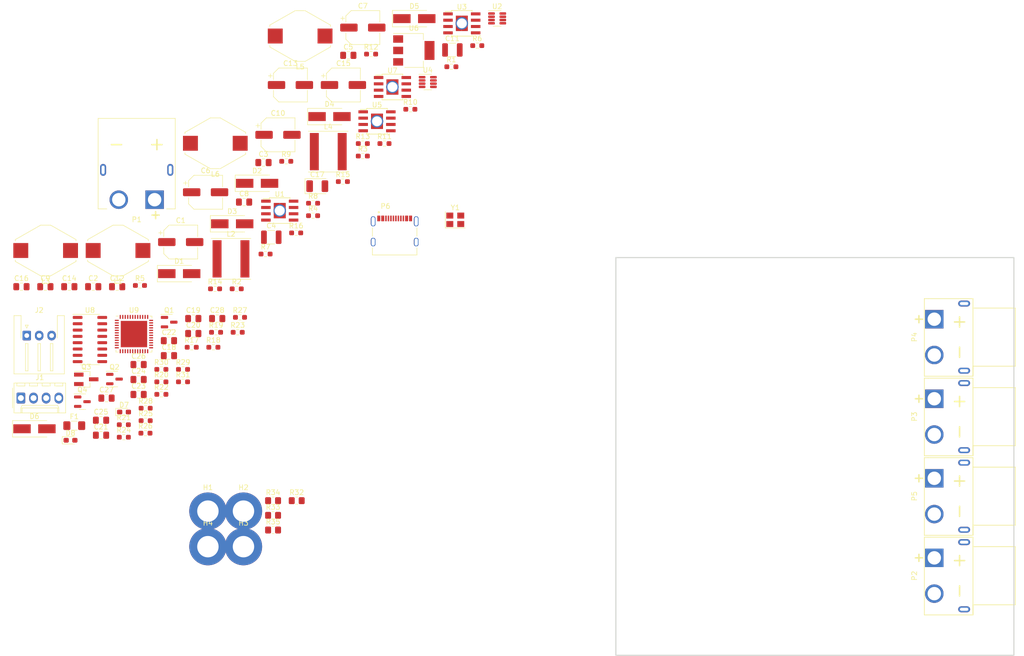
<source format=kicad_pcb>
(kicad_pcb (version 20211014) (generator pcbnew)
  (layers (0 "F.Cu" signal) (31 "B.Cu" signal) (34 "B.Paste" user) (35 "F.Paste" user) (36 "B.SilkS" user "B.Silkscreen") (37 "F.SilkS" user "F.Silkscreen") (38 "B.Mask" user) (39 "F.Mask" user) (44 "Edge.Cuts" user))
  (net 0 "")
  (net 1 "GND")
  (net 2 "+36V")
  (net 3 "Net-(C2-Pad1)")
  (net 4 "Net-(C3-Pad1)")
  (net 5 "Net-(C3-Pad2)")
  (net 6 "+12V")
  (net 7 "Net-(C8-Pad1)")
  (net 8 "Net-(C9-Pad1)")
  (net 9 "Net-(C9-Pad2)")
  (net 10 "+5V")
  (net 11 "Net-(C14-Pad1)")
  (net 12 "Net-(C16-Pad1)")
  (net 13 "+3V3")
  (net 14 "Net-(C18-Pad1)")
  (net 15 "Net-(C19-Pad1)")
  (net 16 "ENABLE")
  (net 17 "BOOT-MODE")
  (net 18 "Net-(D1-Pad2)")
  (net 19 "Net-(D2-Pad2)")
  (net 20 "Net-(D3-Pad2)")
  (net 21 "Net-(D4-Pad2)")
  (net 22 "Net-(D6-Pad2)")
  (net 23 "Net-(D7-Pad1)")
  (net 24 "Net-(D7-Pad2)")
  (net 25 "Net-(D8-Pad1)")
  (net 26 "Net-(D8-Pad2)")
  (net 27 "Net-(F1-Pad1)")
  (net 28 "Net-(J1-Pad1)")
  (net 29 "FAN-SENSE")
  (net 30 "Net-(J1-Pad4)")
  (net 31 "TEMP-ONEWIRE")
  (net 32 "Net-(L1-Pad2)")
  (net 33 "Net-(L3-Pad2)")
  (net 34 "Net-(L5-Pad2)")
  (net 35 "Net-(L6-Pad2)")
  (net 36 "Net-(Q1-Pad1)")
  (net 37 "UART-RTS")
  (net 38 "Net-(Q2-Pad1)")
  (net 39 "UART-DTR")
  (net 40 "Net-(Q3-Pad1)")
  (net 41 "Net-(Q4-Pad1)")
  (net 42 "Net-(R1-Pad1)")
  (net 43 "Net-(R2-Pad1)")
  (net 44 "Net-(R3-Pad2)")
  (net 45 "Net-(R4-Pad2)")
  (net 46 "Net-(R5-Pad2)")
  (net 47 "Net-(R7-Pad1)")
  (net 48 "Net-(R8-Pad1)")
  (net 49 "Net-(R11-Pad1)")
  (net 50 "Net-(R10-Pad2)")
  (net 51 "Net-(R13-Pad1)")
  (net 52 "Net-(R14-Pad1)")
  (net 53 "Net-(R15-Pad1)")
  (net 54 "Net-(R16-Pad1)")
  (net 55 "Net-(P6-PadA5)")
  (net 56 "Net-(P6-PadB5)")
  (net 57 "UART-HOST-TX")
  (net 58 "UART-HOST-RX")
  (net 59 "FAN-ON")
  (net 60 "FAN-PWM")
  (net 61 "LED-RED-PWM")
  (net 62 "LED-GREEN-PWM")
  (net 63 "LED-BLUE-PWM")
  (net 64 "LED-WHITE-PWM")
  (net 65 "/IO-Control/USB-D+")
  (net 66 "/IO-Control/USB-D-")
  (net 98 "Net-(H1-Pad1)")
  (net 99 "Net-(H2-Pad1)")
  (net 100 "Net-(H3-Pad1)")
  (net 101 "Net-(H4-Pad1)")
  (footprint "Capacitor_SMD:C_1210_3225Metric" (layer "F.Cu") (at 128.14 30.24)
    (fp_text reference "C11" (at 0 -2.3) (layer "F.SilkS"))
    (fp_text value "4u7 100V")
    (pad "1" smd roundrect (at -1.475 0) (size 1.15 2.7) (layers "F.Cu" "F.Paste" "F.Mask") (roundrect_rratio 0.217391) (net 6 "+12V"))
    (pad "2" smd roundrect (at 1.475 0) (size 1.15 2.7) (layers "F.Cu" "F.Paste" "F.Mask") (roundrect_rratio 0.217391) (net 1 "GND"))
  )
  (footprint "Resistor_SMD:R_0603_1608Metric_Pad0.98x0.95mm_HandSolder" (layer "F.Cu") (at 65.34 77.61)
    (fp_text reference "R5" (at 0 -1.43) (layer "F.SilkS"))
    (fp_text value "100k")
    (pad "1" smd roundrect (at -0.9125 0) (size 0.975 0.95) (layers "F.Cu" "F.Paste" "F.Mask") (net 1 "GND"))
    (pad "2" smd roundrect (at 0.9125 0) (size 0.975 0.95) (layers "F.Cu" "F.Paste" "F.Mask") (net 46 "Net-(R5-Pad2)"))
  )
  (footprint "MountingHole:MountingHole_4.3mm_M4_DIN965_Pad_TopBottom" (layer "F.Cu") (at 79 123)
    (fp_text reference "H1" (at 0 -4.75) (layer "F.SilkS"))
    (fp_text value "4.3mm")
    (pad "1" connect circle (at 0 0) (size 7.5 7.5) (layers "F.Cu" "F.Mask") (net 98 "Net-(H1-Pad1)"))
    (pad "1" connect circle (at 0 0) (size 7.5 7.5) (layers "B.Cu" "B.Mask") (net 98 "Net-(H1-Pad1)"))
    (pad "1" thru_hole circle (at 0 0) (size 4.7 4.7) (drill 4.3) (layers *.Cu *.Mask) (net 98 "Net-(H1-Pad1)"))
  )
  (footprint "Capacitor_SMD:CP_Elec_6.3x5.4" (layer "F.Cu") (at 73.54 68.88)
    (fp_text reference "C1" (at 0 -4.35) (layer "F.SilkS"))
    (fp_text value "2u2 100V")
    (pad "1" smd roundrect (at -2.8 0) (size 3.5 1.6) (layers "F.Cu" "F.Paste" "F.Mask") (roundrect_rratio 0.15625) (net 1 "GND"))
    (pad "2" smd roundrect (at 2.8 0) (size 3.5 1.6) (layers "F.Cu" "F.Paste" "F.Mask") (roundrect_rratio 0.15625) (net 2 "+36V"))
  )
  (footprint "Capacitor_SMD:C_0805_2012Metric_Pad1.18x1.45mm_HandSolder" (layer "F.Cu") (at 71.17 91.73)
    (fp_text reference "C18" (at 0 -1.68) (layer "F.SilkS"))
    (fp_text value "22p")
    (pad "1" smd roundrect (at -1.0375 0) (size 1.175 1.45) (layers "F.Cu" "F.Paste" "F.Mask") (roundrect_rratio 0.212766) (net 14 "Net-(C18-Pad1)"))
    (pad "2" smd roundrect (at 1.0375 0) (size 1.175 1.45) (layers "F.Cu" "F.Paste" "F.Mask") (roundrect_rratio 0.212766) (net 1 "GND"))
  )
  (footprint "Resistor_SMD:R_0603_1608Metric_Pad0.98x0.95mm_HandSolder" (layer "F.Cu") (at 110.14 49.07)
    (fp_text reference "R13" (at 0 -1.43) (layer "F.SilkS"))
    (fp_text value "3k3")
    (pad "1" smd roundrect (at -0.9125 0) (size 0.975 0.95) (layers "F.Cu" "F.Paste" "F.Mask") (net 51 "Net-(R13-Pad1)"))
    (pad "2" smd roundrect (at 0.9125 0) (size 0.975 0.95) (layers "F.Cu" "F.Paste" "F.Mask") (net 1 "GND"))
  )
  (footprint "Package_TO_SOT_SMD:SOT-23_Handsoldering" (layer "F.Cu") (at 54.55 96.49)
    (fp_text reference "Q3" (at 0 -2.5) (layer "F.SilkS"))
    (fp_text value "PMV16XNR")
    (pad "1" smd rect (at -1.5 -0.95) (size 1.9 0.8) (layers "F.Cu" "F.Paste" "F.Mask") (net 40 "Net-(Q3-Pad1)"))
    (pad "2" smd rect (at -1.5 0.95) (size 1.9 0.8) (layers "F.Cu" "F.Paste" "F.Mask") (net 1 "GND"))
    (pad "3" smd rect (at 1.5 0) (size 1.9 0.8) (layers "F.Cu" "F.Paste" "F.Mask") (net 28 "Net-(J1-Pad1)"))
  )
  (footprint "Package_TO_SOT_SMD:SOT-23" (layer "F.Cu") (at 53.77 100.99)
    (fp_text reference "Q4" (at 0 -2.4) (layer "F.SilkS"))
    (fp_text value "MMBT3904")
    (pad "1" smd roundrect (at -0.9375 -0.95) (size 1.475 0.6) (layers "F.Cu" "F.Paste" "F.Mask") (net 41 "Net-(Q4-Pad1)"))
    (pad "2" smd roundrect (at -0.9375 0.95) (size 1.475 0.6) (layers "F.Cu" "F.Paste" "F.Mask") (net 1 "GND"))
    (pad "3" smd roundrect (at 0.9375 0) (size 1.475 0.6) (layers "F.Cu" "F.Paste" "F.Mask") (net 30 "Net-(J1-Pad4)"))
  )
  (footprint "Capacitor_SMD:C_0805_2012Metric_Pad1.18x1.45mm_HandSolder" (layer "F.Cu") (at 65.07 93.52)
    (fp_text reference "C26" (at 0 -1.68) (layer "F.SilkS"))
    (fp_text value "10u 25V")
    (pad "1" smd roundrect (at -1.0375 0) (size 1.175 1.45) (layers "F.Cu" "F.Paste" "F.Mask") (roundrect_rratio 0.212766) (net 10 "+5V"))
    (pad "2" smd roundrect (at 1.0375 0) (size 1.175 1.45) (layers "F.Cu" "F.Paste" "F.Mask") (roundrect_rratio 0.212766) (net 1 "GND"))
  )
  (footprint "Capacitor_SMD:CP_Elec_6.3x5.4" (layer "F.Cu") (at 106.24 37.29)
    (fp_text reference "C15" (at 0 -4.35) (layer "F.SilkS"))
    (fp_text value "2u2 100V")
    (pad "1" smd roundrect (at -2.8 0) (size 3.5 1.6) (layers "F.Cu" "F.Paste" "F.Mask") (roundrect_rratio 0.15625) (net 1 "GND"))
    (pad "2" smd roundrect (at 2.8 0) (size 3.5 1.6) (layers "F.Cu" "F.Paste" "F.Mask") (roundrect_rratio 0.15625) (net 2 "+36V"))
  )
  (footprint "Diode_SMD:D_SMA_Handsoldering" (layer "F.Cu") (at 103.44 43.64)
    (fp_text reference "D4" (at 0 -2.5) (layer "F.SilkS"))
    (fp_text value "SS310")
    (pad "1" smd rect (at -2.5 0) (size 3.5 1.8) (layers "F.Cu" "F.Paste" "F.Mask") (net 2 "+36V"))
    (pad "2" smd rect (at 2.5 0) (size 3.5 1.8) (layers "F.Cu" "F.Paste" "F.Mask") (net 21 "Net-(D4-Pad2)"))
  )
  (footprint "Capacitor_SMD:C_0805_2012Metric_Pad1.18x1.45mm_HandSolder" (layer "F.Cu") (at 57.52 104.72)
    (fp_text reference "C25" (at 0 -1.68) (layer "F.SilkS"))
    (fp_text value "100n")
    (pad "1" smd roundrect (at -1.0375 0) (size 1.175 1.45) (layers "F.Cu" "F.Paste" "F.Mask") (roundrect_rratio 0.212766) (net 17 "BOOT-MODE"))
    (pad "2" smd roundrect (at 1.0375 0) (size 1.175 1.45) (layers "F.Cu" "F.Paste" "F.Mask") (roundrect_rratio 0.212766) (net 1 "GND"))
  )
  (footprint "Capacitor_SMD:C_0805_2012Metric_Pad1.18x1.45mm_HandSolder" (layer "F.Cu") (at 90.17 52.89)
    (fp_text reference "C3" (at 0 -1.68) (layer "F.SilkS"))
    (fp_text value "10nF 50V")
    (pad "1" smd roundrect (at -1.0375 0) (size 1.175 1.45) (layers "F.Cu" "F.Paste" "F.Mask") (roundrect_rratio 0.212766) (net 4 "Net-(C3-Pad1)"))
    (pad "2" smd roundrect (at 1.0375 0) (size 1.175 1.45) (layers "F.Cu" "F.Paste" "F.Mask") (roundrect_rratio 0.212766) (net 5 "Net-(C3-Pad2)"))
  )
  (footprint "Resistor_SMD:R_0603_1608Metric_Pad0.98x0.95mm_HandSolder" (layer "F.Cu") (at 133.14 29.37)
    (fp_text reference "R6" (at 0 -1.43) (layer "F.SilkS"))
    (fp_text value "560R")
    (pad "1" smd roundrect (at -0.9125 0) (size 0.975 0.95) (layers "F.Cu" "F.Paste" "F.Mask") (net 45 "Net-(R4-Pad2)"))
    (pad "2" smd roundrect (at 0.9125 0) (size 0.975 0.95) (layers "F.Cu" "F.Paste" "F.Mask") (net 1 "GND"))
  )
  (footprint "Package_TO_SOT_SMD:SOT-23" (layer "F.Cu") (at 71.21 84.99)
    (fp_text reference "Q1" (at 0 -2.4) (layer "F.SilkS"))
    (fp_text value "MMBT3904")
    (pad "1" smd roundrect (at -0.9375 -0.95) (size 1.475 0.6) (layers "F.Cu" "F.Paste" "F.Mask") (net 36 "Net-(Q1-Pad1)"))
    (pad "2" smd roundrect (at -0.9375 0.95) (size 1.475 0.6) (layers "F.Cu" "F.Paste" "F.Mask") (net 37 "UART-RTS"))
    (pad "3" smd roundrect (at 0.9375 0) (size 1.475 0.6) (layers "F.Cu" "F.Paste" "F.Mask") (net 16 "ENABLE"))
  )
  (footprint "Resistor_SMD:R_0603_1608Metric_Pad0.98x0.95mm_HandSolder" (layer "F.Cu") (at 110.14 51.58)
    (fp_text reference "R3" (at 0 -1.43) (layer "F.SilkS"))
    (fp_text value "100k")
    (pad "1" smd roundrect (at -0.9125 0) (size 0.975 0.95) (layers "F.Cu" "F.Paste" "F.Mask") (net 6 "+12V"))
    (pad "2" smd roundrect (at 0.9125 0) (size 0.975 0.95) (layers "F.Cu" "F.Paste" "F.Mask") (net 44 "Net-(R3-Pad2)"))
  )
  (footprint "Resistor_SMD:R_0603_1608Metric_Pad0.98x0.95mm_HandSolder" (layer "F.Cu") (at 74 94.49)
    (fp_text reference "R29" (at 0 -1.43) (layer "F.SilkS"))
    (fp_text value "NF")
    (pad "1" smd roundrect (at -0.9125 0) (size 0.975 0.95) (layers "F.Cu" "F.Paste" "F.Mask") (net 10 "+5V"))
    (pad "2" smd roundrect (at 0.9125 0) (size 0.975 0.95) (layers "F.Cu" "F.Paste" "F.Mask") (net 30 "Net-(J1-Pad4)"))
  )
  (footprint "Capacitor_SMD:C_0805_2012Metric_Pad1.18x1.45mm_HandSolder" (layer "F.Cu") (at 58.62 100.27)
    (fp_text reference "C27" (at 0 -1.68) (layer "F.SilkS"))
    (fp_text value "100n")
    (pad "1" smd roundrect (at -1.0375 0) (size 1.175 1.45) (layers "F.Cu" "F.Paste" "F.Mask") (roundrect_rratio 0.212766) (net 6 "+12V"))
    (pad "2" smd roundrect (at 1.0375 0) (size 1.175 1.45) (layers "F.Cu" "F.Paste" "F.Mask") (roundrect_rratio 0.212766) (net 1 "GND"))
  )
  (footprint "PersonalDiscretes:TI_SO-PowerPAD-8_HandSolder" (layer "F.Cu") (at 93.44 62.56)
    (fp_text reference "U1" (at 0 -3.3) (layer "F.SilkS"))
    (fp_text value "LM3414")
    (pad "1" smd rect locked (at -2.78 -1.905) (size 1.91 0.61) (layers "F.Cu" "F.Paste" "F.Mask") (net 3 "Net-(C2-Pad1)"))
    (pad "2" smd rect locked (at -2.78 -0.635) (size 1.91 0.61) (layers "F.Cu" "F.Paste" "F.Mask") (net 1 "GND"))
    (pad "3" smd rect locked (at -2.78 0.635) (size 1.91 0.61) (layers "F.Cu" "F.Paste" "F.Mask") (net 42 "Net-(R1-Pad1)"))
    (pad "4" smd rect locked (at -2.78 1.905) (size 1.91 0.61) (layers "F.Cu" "F.Paste" "F.Mask") (net 1 "GND"))
    (pad "5" smd rect locked (at 2.78 1.905) (size 1.91 0.61) (layers "F.Cu" "F.Paste" "F.Mask") (net 43 "Net-(R2-Pad1)"))
    (pad "6" smd rect locked (at 2.78 0.635) (size 1.91 0.61) (layers "F.Cu" "F.Paste" "F.Mask") (net 61 "LED-RED-PWM"))
    (pad "7" smd rect locked (at 2.78 -0.635) (size 1.91 0.61) (layers "F.Cu" "F.Paste" "F.Mask") (net 18 "Net-(D1-Pad2)"))
    (pad "8" smd rect locked (at 2.78 -1.905) (size 1.91 0.61) (layers "F.Cu" "F.Paste" "F.Mask") (net 2 "+36V"))
    (pad "9" smd rect locked (at 0.6025 0.775) (size 1.205 1.55) (layers "F.Cu" "F.Mask") (net 1 "GND"))
    (pad "9" smd rect locked (at -0.6025 -0.775) (size 1.205 1.55) (layers "F.Cu" "F.Mask") (net 1 "GND"))
    (pad "9" smd rect locked (at -0.6025 0.775) (size 1.205 1.55) (layers "F.Cu" "F.Mask") (net 1 "GND"))
    (pad "9" smd rect locked (at 0.6025 -0.775) (size 1.205 1.55) (layers "F.Cu" "F.Mask") (net 1 "GND"))
    (pad "9" thru_hole circle locked (at 0 0) (size 2.5 2.5) (drill 2) (layers *.Cu *.Mask) (net 1 "GND"))
  )
  (footprint "Package_TO_SOT_SMD:TSOT-23-8" (layer "F.Cu") (at 137.14 23.89)
    (fp_text reference "U2" (at 0 -2.4) (layer "F.SilkS"))
    (fp_text value "SY8303")
    (pad "1" smd roundrect (at -1.1375 -0.975) (size 1.325 0.5) (layers "F.Cu" "F.Paste" "F.Mask") (net 44 "Net-(R3-Pad2)"))
    (pad "2" smd roundrect (at -1.1375 -0.325) (size 1.325 0.5) (layers "F.Cu" "F.Paste" "F.Mask") (net 46 "Net-(R5-Pad2)"))
    (pad "3" smd roundrect (at -1.1375 0.325) (size 1.325 0.5) (layers "F.Cu" "F.Paste" "F.Mask") (net 1 "GND"))
    (pad "4" smd roundrect (at -1.1375 0.975) (size 1.325 0.5) (layers "F.Cu" "F.Paste" "F.Mask") (net 1 "GND"))
    (pad "5" smd roundrect (at 1.1375 0.975) (size 1.325 0.5) (layers "F.Cu" "F.Paste" "F.Mask") (net 2 "+36V"))
    (pad "6" smd roundrect (at 1.1375 0.325) (size 1.325 0.5) (layers "F.Cu" "F.Paste" "F.Mask") (net 4 "Net-(C3-Pad1)"))
    (pad "7" smd roundrect (at 1.1375 -0.325) (size 1.325 0.5) (layers "F.Cu" "F.Paste" "F.Mask") (net 5 "Net-(C3-Pad2)"))
    (pad "8" smd roundrect (at 1.1375 -0.975) (size 1.325 0.5) (layers "F.Cu" "F.Paste" "F.Mask") (net 2 "+36V"))
  )
  (footprint "Resistor_SMD:R_0603_1608Metric_Pad0.98x0.95mm_HandSolder" (layer "F.Cu") (at 80.64 87.03)
    (fp_text reference "R19" (at 0 -1.43) (layer "F.SilkS"))
    (fp_text value "4k7")
    (pad "1" smd roundrect (at -0.9125 0) (size 0.975 0.95) (layers "F.Cu" "F.Paste" "F.Mask") (net 13 "+3V3"))
    (pad "2" smd roundrect (at 0.9125 0) (size 0.975 0.95) (layers "F.Cu" "F.Paste" "F.Mask") (net 24 "Net-(D7-Pad2)"))
  )
  (footprint "Diode_SMD:D_SMA_Handsoldering" (layer "F.Cu") (at 120.49 23.94)
    (fp_text reference "D5" (at 0 -2.5) (layer "F.SilkS"))
    (fp_text value "SS34")
    (pad "1" smd rect (at -2.5 0) (size 3.5 1.8) (layers "F.Cu" "F.Paste" "F.Mask") (net 10 "+5V"))
    (pad "2" smd rect (at 2.5 0) (size 3.5 1.8) (layers "F.Cu" "F.Paste" "F.Mask") (net 13 "+3V3"))
  )
  (footprint "Package_TO_SOT_SMD:SOT-223-3_TabPin2" (layer "F.Cu") (at 120.39 30.34)
    (fp_text reference "U6" (at 0 -4.5) (layer "F.SilkS"))
    (fp_text value "AMS1117-3.3")
    (pad "1" smd rect (at -3.15 -2.3) (size 2 1.5) (layers "F.Cu" "F.Paste" "F.Mask") (net 1 "GND"))
    (pad "2" smd rect (at -3.15 0) (size 2 1.5) (layers "F.Cu" "F.Paste" "F.Mask") (net 13 "+3V3"))
    (pad "2" smd rect (at 3.15 0) (size 2 3.8) (layers "F.Cu" "F.Paste" "F.Mask") (net 13 "+3V3"))
    (pad "3" smd rect (at -3.15 2.3) (size 2 1.5) (layers "F.Cu" "F.Paste" "F.Mask") (net 10 "+5V"))
  )
  (footprint "Resistor_SMD:R_0603_1608Metric_Pad0.98x0.95mm_HandSolder" (layer "F.Cu") (at 106.13 56.72)
    (fp_text reference "R15" (at 0 -1.43) (layer "F.SilkS"))
    (fp_text value "3k3")
    (pad "1" smd roundrect (at -0.9125 0) (size 0.975 0.95) (layers "F.Cu" "F.Paste" "F.Mask") (net 53 "Net-(R15-Pad1)"))
    (pad "2" smd roundrect (at 0.9125 0) (size 0.975 0.95) (layers "F.Cu" "F.Paste" "F.Mask") (net 1 "GND"))
  )
  (footprint "Inductor_SMD:L_SigTra_SC3316F" (layer "F.Cu") (at 80.49 49.01)
    (fp_text reference "L6" (at 0 6.2) (layer "F.SilkS"))
    (fp_text value "33u 2A")
    (pad "1" smd rect (at -5 0) (size 3 3) (layers "F.Cu" "F.Paste" "F.Mask") (net 21 "Net-(D4-Pad2)"))
    (pad "2" smd rect (at 5 0) (size 3 3) (layers "F.Cu" "F.Paste" "F.Mask") (net 35 "Net-(L6-Pad2)"))
  )
  (footprint "Resistor_SMD:R_0603_1608Metric_Pad0.98x0.95mm_HandSolder" (layer "F.Cu") (at 96.74 67.04)
    (fp_text reference "R16" (at 0 -1.43) (layer "F.SilkS"))
    (fp_text value "20k")
    (pad "1" smd roundrect (at -0.9125 0) (size 0.975 0.95) (layers "F.Cu" "F.Paste" "F.Mask") (net 54 "Net-(R16-Pad1)"))
    (pad "2" smd roundrect (at 0.9125 0) (size 0.975 0.95) (layers "F.Cu" "F.Paste" "F.Mask") (net 1 "GND"))
  )
  (footprint "Resistor_SMD:R_0603_1608Metric_Pad0.98x0.95mm_HandSolder" (layer "F.Cu") (at 69.65 99.51)
    (fp_text reference "R22" (at 0 -1.43) (layer "F.SilkS"))
    (fp_text value "0R")
    (pad "1" smd roundrect (at -0.9125 0) (size 0.975 0.95) (layers "F.Cu" "F.Paste" "F.Mask") (net 23 "Net-(D7-Pad1)"))
    (pad "2" smd roundrect (at 0.9125 0) (size 0.975 0.95) (layers "F.Cu" "F.Paste" "F.Mask") (net 57 "UART-HOST-TX"))
  )
  (footprint "Resistor_SMD:R_0603_1608Metric_Pad0.98x0.95mm_HandSolder" (layer "F.Cu") (at 66.49 102.3)
    (fp_text reference "R28" (at 0 -1.43) (layer "F.SilkS"))
    (fp_text value "10k")
    (pad "1" smd roundrect (at -0.9125 0) (size 0.975 0.95) (layers "F.Cu" "F.Paste" "F.Mask") (net 40 "Net-(Q3-Pad1)"))
    (pad "2" smd roundrect (at 0.9125 0) (size 0.975 0.95) (layers "F.Cu" "F.Paste" "F.Mask") (net 1 "GND"))
  )
  (footprint "Resistor_SMD:R_0603_1608Metric_Pad0.98x0.95mm_HandSolder" (layer "F.Cu") (at 127.94 33.62)
    (fp_text reference "R1" (at 0 -1.43) (layer "F.SilkS"))
    (fp_text value "3k3")
    (pad "1" smd roundrect (at -0.9125 0) (size 0.975 0.95) (layers "F.Cu" "F.Paste" "F.Mask") (net 42 "Net-(R1-Pad1)"))
    (pad "2" smd roundrect (at 0.9125 0) (size 0.975 0.95) (layers "F.Cu" "F.Paste" "F.Mask") (net 1 "GND"))
  )
  (footprint "Resistor_SMD:R_0603_1608Metric_Pad0.98x0.95mm_HandSolder" (layer "F.Cu") (at 119.69 42.17)
    (fp_text reference "R10" (at 0 -1.43) (layer "F.SilkS"))
    (fp_text value "100k")
    (pad "1" smd roundrect (at -0.9125 0) (size 0.975 0.95) (layers "F.Cu" "F.Paste" "F.Mask") (net 1 "GND"))
    (pad "2" smd roundrect (at 0.9125 0) (size 0.975 0.95) (layers "F.Cu" "F.Paste" "F.Mask") (net 50 "Net-(R10-Pad2)"))
  )
  (footprint "Resistor_SMD:R_0603_1608Metric_Pad0.98x0.95mm_HandSolder" (layer "F.Cu") (at 66.45 107.32)
    (fp_text reference "R26" (at 0 -1.43) (layer "F.SilkS"))
    (fp_text value "2k7")
    (pad "1" smd roundrect (at -0.9125 0) (size 0.975 0.95) (layers "F.Cu" "F.Paste" "F.Mask") (net 10 "+5V"))
    (pad "2" smd roundrect (at 0.9125 0) (size 0.975 0.95) (layers "F.Cu" "F.Paste" "F.Mask") (net 29 "FAN-SENSE"))
  )
  (footprint "Resistor_SMD:R_0603_1608Metric_Pad0.98x0.95mm_HandSolder" (layer "F.Cu") (at 100.14 61.07)
    (fp_text reference "R8" (at 0 -1.43) (layer "F.SilkS"))
    (fp_text value "20k")
    (pad "1" smd roundrect (at -0.9125 0) (size 0.975 0.95) (layers "F.Cu" "F.Paste" "F.Mask") (net 48 "Net-(R8-Pad1)"))
    (pad "2" smd roundrect (at 0.9125 0) (size 0.975 0.95) (layers "F.Cu" "F.Paste" "F.Mask") (net 1 "GND"))
  )
  (footprint "PersonalConnectors:AMASS_XT60PW-F" (layer "F.Cu") (at 231 104 -90)
    (fp_text reference "P3" (at 0 10 90) (layer "F.SilkS"))
    (fp_text value "XT60PW-F")
    (pad "1" thru_hole rect locked (at -3.6 6 270) (size 3.716 3.716) (drill 2.7) (layers *.Cu *.Mask) (net 2 "+36V"))
    (pad "2" thru_hole circle locked (at 3.6 6 270) (size 3.716 3.716) (drill 2.7) (layers *.Cu *.Mask) (net 33 "Net-(L3-Pad2)"))
    (pad "S1" thru_hole oval locked (at -6.75 0 270) (size 1.2 2.4) (drill oval 0.6 1.7) (layers *.Cu *.Mask))
    (pad "S2" thru_hole oval locked (at 6.75 0 270) (size 1.2 2.4) (drill oval 0.6 1.7) (layers *.Cu *.Mask))
  )
  (footprint "Resistor_SMD:R_0603_1608Metric_Pad0.98x0.95mm_HandSolder" (layer "F.Cu") (at 69.65 94.49)
    (fp_text reference "R30" (at 0 -1.43) (layer "F.SilkS"))
    (fp_text value "4k7")
    (pad "1" smd roundrect (at -0.9125 0) (size 0.975 0.95) (layers "F.Cu" "F.Paste" "F.Mask") (net 60 "FAN-PWM"))
    (pad "2" smd roundrect (at 0.9125 0) (size 0.975 0.95) (layers "F.Cu" "F.Paste" "F.Mask") (net 41 "Net-(Q4-Pad1)"))
  )
  (footprint "Resistor_SMD:R_0603_1608Metric_Pad0.98x0.95mm_HandSolder" (layer "F.Cu") (at 100.14 63.58)
    (fp_text reference "R4" (at 0 -1.43) (layer "F.SilkS"))
    (fp_text value "4k7")
    (pad "1" smd roundrect (at -0.9125 0) (size 0.975 0.95) (layers "F.Cu" "F.Paste" "F.Mask") (net 44 "Net-(R3-Pad2)"))
    (pad "2" smd roundrect (at 0.9125 0) (size 0.975 0.95) (layers "F.Cu" "F.Paste" "F.Mask") (net 45 "Net-(R4-Pad2)"))
  )
  (footprint "Resistor_SMD:R_0603_1608Metric_Pad0.98x0.95mm_HandSolder" (layer "F.Cu") (at 74 97)
    (fp_text reference "R31" (at 0 -1.43) (layer "F.SilkS"))
    (fp_text value "4k7")
    (pad "1" smd roundrect (at -0.9125 0) (size 0.975 0.95) (layers "F.Cu" "F.Paste" "F.Mask") (net 13 "+3V3"))
    (pad "2" smd roundrect (at 0.9125 0) (size 0.975 0.95) (layers "F.Cu" "F.Paste" "F.Mask") (net 31 "TEMP-ONEWIRE"))
  )
  (footprint "Capacitor_SMD:C_0805_2012Metric_Pad1.18x1.45mm_HandSolder" (layer "F.Cu") (at 55.95 77.86)
    (fp_text reference "C2" (at 0 -1.68) (layer "F.SilkS"))
    (fp_text value "1u 16V")
    (pad "1" smd roundrect (at -1.0375 0) (size 1.175 1.45) (layers "F.Cu" "F.Paste" "F.Mask") (roundrect_rratio 0.212766) (net 3 "Net-(C2-Pad1)"))
    (pad "2" smd roundrect (at 1.0375 0) (size 1.175 1.45) (layers "F.Cu" "F.Paste" "F.Mask") (roundrect_rratio 0.212766) (net 1 "GND"))
  )
  (footprint "Resistor_SMD:R_0603_1608Metric_Pad0.98x0.95mm_HandSolder" (layer "F.Cu") (at 94.75 52.64)
    (fp_text reference "R9" (at 0 -1.43) (layer "F.SilkS"))
    (fp_text value "100k")
    (pad "1" smd roundrect (at -0.9125 0) (size 0.975 0.95) (layers "F.Cu" "F.Paste" "F.Mask") (net 10 "+5V"))
    (pad "2" smd roundrect (at 0.9125 0) (size 0.975 0.95) (layers "F.Cu" "F.Paste" "F.Mask") (net 49 "Net-(R11-Pad1)"))
  )
  (footprint "Capacitor_SMD:C_0805_2012Metric_Pad1.18x1.45mm_HandSolder" (layer "F.Cu") (at 41.52 77.86)
    (fp_text reference "C16" (at 0 -1.68) (layer "F.SilkS"))
    (fp_text value "1u 16V")
    (pad "1" smd roundrect (at -1.0375 0) (size 1.175 1.45) (layers "F.Cu" "F.Paste" "F.Mask") (roundrect_rratio 0.212766) (net 12 "Net-(C16-Pad1)"))
    (pad "2" smd roundrect (at 1.0375 0) (size 1.175 1.45) (layers "F.Cu" "F.Paste" "F.Mask") (roundrect_rratio 0.212766) (net 1 "GND"))
  )
  (footprint "Capacitor_SMD:C_0805_2012Metric_Pad1.18x1.45mm_HandSolder" (layer "F.Cu") (at 65.07 99.54)
    (fp_text reference "C23" (at 0 -1.68) (layer "F.SilkS"))
    (fp_text value "22u")
    (pad "1" smd roundrect (at -1.0375 0) (size 1.175 1.45) (layers "F.Cu" "F.Paste" "F.Mask") (roundrect_rratio 0.212766) (net 13 "+3V3"))
    (pad "2" smd roundrect (at 1.0375 0) (size 1.175 1.45) (layers "F.Cu" "F.Paste" "F.Mask") (roundrect_rratio 0.212766) (net 1 "GND"))
  )
  (footprint "Connector_JST:JST_XH_S3B-XH-A-1_1x03_P2.50mm_Horizontal" (layer "F.Cu") (at 42.59 87.69)
    (fp_text reference "J2" (at 2.5 -5.1) (layer "F.SilkS"))
    (fp_text value "S3B-XH-A")
    (pad "1" thru_hole roundrect (at 0 0) (size 1.7 1.95) (drill 0.95) (layers *.Cu *.Mask) (roundrect_rratio 0.147059) (net 1 "GND"))
    (pad "2" thru_hole oval (at 2.5 0) (size 1.7 1.95) (drill 0.95) (layers *.Cu *.Mask) (net 13 "+3V3"))
    (pad "3" thru_hole oval (at 5 0) (size 1.7 1.95) (drill 0.95) (layers *.Cu *.Mask) (net 31 "TEMP-ONEWIRE"))
  )
  (footprint "PersonalDiscretes:TI_SO-PowerPAD-8_HandSolder" (layer "F.Cu") (at 130.04 24.89)
    (fp_text reference "U3" (at 0 -3.3) (layer "F.SilkS"))
    (fp_text value "LM3414")
    (pad "1" smd rect locked (at -2.78 -1.905) (size 1.91 0.61) (layers "F.Cu" "F.Paste" "F.Mask") (net 7 "Net-(C8-Pad1)"))
    (pad "2" smd rect locked (at -2.78 -0.635) (size 1.91 0.61) (layers "F.Cu" "F.Paste" "F.Mask") (net 1 "GND"))
    (pad "3" smd rect locked (at -2.78 0.635) (size 1.91 0.61) (layers "F.Cu" "F.Paste" "F.Mask") (net 47 "Net-(R7-Pad1)"))
    (pad "4" smd rect locked (at -2.78 1.905) (size 1.91 0.61) (layers "F.Cu" "F.Paste" "F.Mask") (net 1 "GND"))
    (pad "5" smd rect locked (at 2.78 1.905) (size 1.91 0.61) (layers "F.Cu" "F.Paste" "F.Mask") (net 48 "Net-(R8-Pad1)"))
    (pad "6" smd rect locked (at 2.78 0.635) (size 1.91 0.61) (layers "F.Cu" "F.Paste" "F.Mask") (net 62 "LED-GREEN-PWM"))
    (pad "7" smd rect locked (at 2.78 -0.635) (size 1.91 0.61) (layers "F.Cu" "F.Paste" "F.Mask") (net 19 "Net-(D2-Pad2)"))
    (pad "8" smd rect locked (at 2.78 -1.905) (size 1.91 0.61) (layers "F.Cu" "F.Paste" "F.Mask") (net 2 "+36V"))
    (pad "9" thru_hole circle locked (at 0 0) (size 2.5 2.5) (drill 2) (layers *.Cu *.Mask) (net 1 "GND"))
    (pad "9" smd rect locked (at 0.6025 0.775) (size 1.205 1.55) (layers "F.Cu" "F.Mask") (net 1 "GND"))
    (pad "9" smd rect locked (at -0.6025 0.775) (size 1.205 1.55) (layers "F.Cu" "F.Mask") (net 1 "GND"))
    (pad "9" smd rect locked (at -0.6025 -0.775) (size 1.205 1.55) (layers "F.Cu" "F.Mask") (net 1 "GND"))
    (pad "9" smd rect locked (at 0.6025 -0.775) (size 1.205 1.55) (layers "F.Cu" "F.Mask") (net 1 "GND"))
  )
  (footprint "Inductor_SMD:L_Taiyo-Yuden_NR-80xx" (layer "F.Cu") (at 83.64 72.26)
    (fp_text reference "L2" (at 0 -5) (layer "F.SilkS"))
    (fp_text value "20uH >1.2A")
    (pad "1" smd rect (at -2.8 0) (size 1.8 7.5) (layers "F.Cu" "F.Paste" "F.Mask") (net 4 "Net-(C3-Pad1)"))
    (pad "2" smd rect (at 2.8 0) (size 1.8 7.5) (layers "F.Cu" "F.Paste" "F.Mask") (net 6 "+12V"))
  )
  (footprint "Diode_SMD:D_SMA_Handsoldering" (layer "F.Cu") (at 83.89 65.21)
    (fp_text reference "D3" (at 0 -2.5) (layer "F.SilkS"))
    (fp_text value "SS310")
    (pad "1" smd rect (at -2.5 0) (size 3.5 1.8) (layers "F.Cu" "F.Paste" "F.Mask") (net 2 "+36V"))
    (pad "2" smd rect (at 2.5 0) (size 3.5 1.8) (layers "F.Cu" "F.Paste" "F.Mask") (net 20 "Net-(D3-Pad2)"))
  )
  (footprint "MountingHole:MountingHole_4.3mm_M4_DIN965_Pad_TopBottom" (layer "F.Cu") (at 86.15 130.15)
    (fp_text reference "H3" (at 0 -4.75) (layer "F.SilkS"))
    (fp_text value "4.3mm")
    (pad "1" thru_hole circle (at 0 0) (size 4.7 4.7) (drill 4.3) (layers *.Cu *.Mask) (net 100 "Net-(H3-Pad1)"))
    (pad "1" connect circle (at 0 0) (size 7.5 7.5) (layers "B.Cu" "B.Mask") (net 100 "Net-(H3-Pad1)"))
    (pad "1" connect circle (at 0 0) (size 7.5 7.5) (layers "F.Cu" "F.Mask") (net 100 "Net-(H3-Pad1)"))
  )
  (footprint "Inductor_SMD:L_SigTra_SC3316F" (layer "F.Cu") (at 46.39 70.58)
    (fp_text reference "L3" (at 0 6.2) (layer "F.SilkS"))
    (fp_text value "33u 2A")
    (pad "1" smd rect (at -5 0) (size 3 3) (layers "F.Cu" "F.Paste" "F.Mask") (net 19 "Net-(D2-Pad2)"))
    (pad "2" smd rect (at 5 0) (size 3 3) (layers "F.Cu" "F.Paste" "F.Mask") (net 33 "Net-(L3-Pad2)"))
  )
  (footprint "Resistor_SMD:R_0805_2012Metric_Pad1.20x1.40mm_HandSolder" (layer "F.Cu") (at 92.1 123.85)
    (fp_text reference "R33" (at 0 -1.65) (layer "F.SilkS"))
    (fp_text value "0R")
    (pad "1" smd roundrect (at -1 0) (size 1.2 1.4) (layers "F.Cu" "F.Paste" "F.Mask") (roundrect_rratio 0.208333) (net 1 "GND"))
    (pad "2" smd roundrect (at 1 0) (size 1.2 1.4) (layers "F.Cu" "F.Paste" "F.Mask") (roundrect_rratio 0.208333) (net 99 "Net-(H2-Pad1)"))
  )
  (footprint "Resistor_SMD:R_0805_2012Metric_Pad1.20x1.40mm_HandSolder" (layer "F.Cu") (at 92.1 126.8)
    (fp_text reference "R35" (at 0 -1.65) (layer "F.SilkS"))
    (fp_text value "0R")
    (pad "1" smd roundrect (at -1 0) (size 1.2 1.4) (layers "F.Cu" "F.Paste" "F.Mask") (roundrect_rratio 0.208333) (net 1 "GND"))
    (pad "2" smd roundrect (at 1 0) (size 1.2 1.4) (layers "F.Cu" "F.Paste" "F.Mask") (roundrect_rratio 0.208333) (net 101 "Net-(H4-Pad1)"))
  )
  (footprint "Resistor_SMD:R_0603_1608Metric_Pad0.98x0.95mm_HandSolder" (layer "F.Cu") (at 84.79 78.29)
    (fp_text reference "R2" (at 0 -1.43) (layer "F.SilkS"))
    (fp_text value "20k")
    (pad "1" smd roundrect (at -0.9125 0) (size 0.975 0.95) (layers "F.Cu" "F.Paste" "F.Mask") (net 43 "Net-(R2-Pad1)"))
    (pad "2" smd roundrect (at 0.9125 0) (size 0.975 0.95) (layers "F.Cu" "F.Paste" "F.Mask") (net 1 "GND"))
  )
  (footprint "Capacitor_Tantalum_SMD:CP_EIA-3528-15_AVX-H" (layer "F.Cu") (at 100.985 57.64)
    (fp_text reference "C17" (at 0 -2.35) (layer "F.SilkS"))
    (fp_text value "22u TANT")
    (pad "1" smd roundrect (at -1.5375 0) (size 1.325 2.35) (layers "F.Cu" "F.Paste" "F.Mask") (roundrect_rratio 0.188679) (net 13 "+3V3"))
    (pad "2" smd roundrect (at 1.5375 0) (size 1.325 2.35) (layers "F.Cu" "F.Paste" "F.Mask") (roundrect_rratio 0.188679) (net 1 "GND"))
  )
  (footprint "PersonalDiscretes:TI_SO-PowerPAD-8_HandSolder" (layer "F.Cu") (at 116.09 37.69)
    (fp_text reference "U7" (at 0 -3.3) (layer "F.SilkS"))
    (fp_text value "LM3414")
    (pad "1" smd rect locked (at -2.78 -1.905) (size 1.91 0.61) (layers "F.Cu" "F.Paste" "F.Mask") (net 12 "Net-(C16-Pad1)"))
    (pad "2" smd rect locked (at -2.78 -0.635) (size 1.91 0.61) (layers "F.Cu" "F.Paste" "F.Mask") (net 1 "GND"))
    (pad "3" smd rect locked (at -2.78 0.635) (size 1.91 0.61) (layers "F.Cu" "F.Paste" "F.Mask") (net 53 "Net-(R15-Pad1)"))
    (pad "4" smd rect locked (at -2.78 1.905) (size 1.91 0.61) (layers "F.Cu" "F.Paste" "F.Mask") (net 1 "GND"))
    (pad "5" smd rect locked (at 2.78 1.905) (size 1.91 0.61) (layers "F.Cu" "F.Paste" "F.Mask") (net 54 "Net-(R16-Pad1)"))
    (pad "6" smd rect locked (at 2.78 0.635) (size 1.91 0.61) (layers "F.Cu" "F.Paste" "F.Mask") (net 64 "LED-WHITE-PWM"))
    (pad "7" smd rect locked (at 2.78 -0.635) (size 1.91 0.61) (layers "F.Cu" "F.Paste" "F.Mask") (net 21 "Net-(D4-Pad2)"))
    (pad "8" smd rect locked (at 2.78 -1.905) (size 1.91 0.61) (layers "F.Cu" "F.Paste" "F.Mask") (net 2 "+36V"))
    (pad "9" smd rect locked (at -0.6025 0.775) (size 1.205 1.55) (layers "F.Cu" "F.Mask") (net 1 "GND"))
    (pad "9" smd rect locked (at 0.6025 -0.775) (size 1.205 1.55) (layers "F.Cu" "F.Mask") (net 1 "GND"))
    (pad "9" smd rect locked (at -0.6025 -0.775) (size 1.205 1.55) (layers "F.Cu" "F.Mask") (net 1 "GND"))
    (pad "9" thru_hole circle locked (at 0 0) (size 2.5 2.5) (drill 2) (layers *.Cu *.Mask) (net 1 "GND"))
    (pad "9" smd rect locked (at 0.6025 0.775) (size 1.205 1.55) (layers "F.Cu" "F.Mask") (net 1 "GND"))
  )
  (footprint "Diode_SMD:D_SMA_Handsoldering" (layer "F.Cu") (at 88.89 57.06)
    (fp_text reference "D2" (at 0 -2.5) (layer "F.SilkS"))
    (fp_text value "SS310")
    (pad "1" smd rect (at -2.5 0) (size 3.5 1.8) (layers "F.Cu" "F.Paste" "F.Mask") (net 2 "+36V"))
    (pad "2" smd rect (at 2.5 0) (size 3.5 1.8) (layers "F.Cu" "F.Paste" "F.Mask") (net 19 "Net-(D2-Pad2)"))
  )
  (footprint "Resistor_SMD:R_0603_1608Metric_Pad0.98x0.95mm_HandSolder" (layer "F.Cu") (at 80.1 90.04)
    (fp_text reference "R18" (at 0 -1.43) (layer "F.SilkS"))
    (fp_text value "5k1")
    (pad "1" smd roundrect (at -0.9125 0) (size 0.975 0.95) (layers "F.Cu" "F.Paste" "F.Mask") (net 56 "Net-(P6-PadB5)"))
    (pad "2" smd roundrect (at 0.9125 0) (size 0.975 0.95) (layers "F.Cu" "F.Paste" "F.Mask") (net 1 "GND"))
  )
  (footprint "Resistor_SMD:R_0805_2012Metric_Pad1.20x1.40mm_HandSolder" (layer "F.Cu") (at 92.1 120.9)
    (fp_text reference "R34" (at 0 -1.65) (layer "F.SilkS"))
    (fp_text value "0R")
    (pad "1" smd roundrect (at -1 0) (size 1.2 1.4) (layers "F.Cu" "F.Paste" "F.Mask") (roundrect_rratio 0.208333) (net 1 "GND"))
    (pad "2" smd roundrect (at 1 0) (size 1.2 1.4) (layers "F.Cu" "F.Paste" "F.Mask") (roundrect_rratio 0.208333) (net 100 "Net-(H3-Pad1)"))
  )
  (footprint "MountingHole:MountingHole_4.3mm_M4_DIN965_Pad_TopBottom" (layer "F.Cu") (at 86.15 123)
    (fp_text reference "H2" (at 0 -4.75) (layer "F.SilkS"))
    (fp_text value "4.3mm")
    (pad "1" connect circle (at 0 0) (size 7.5 7.5) (layers "B.Cu" "B.Mask") (net 99 "Net-(H2-Pad1)"))
    (pad "1" thru_hole circle (at 0 0) (size 4.7 4.7) (drill 4.3) (layers *.Cu *.Mask) (net 99 "Net-(H2-Pad1)"))
    (pad "1" connect circle (at 0 0) (size 7.5 7.5) (layers "F.Cu" "F.Mask") (net 99 "Net-(H2-Pad1)"))
  )
  (footprint "Capacitor_SMD:C_0805_2012Metric_Pad1.18x1.45mm_HandSolder" (layer "F.Cu") (at 60.76 77.86)
    (fp_text reference "C12" (at 0 -1.68) (layer "F.SilkS"))
    (fp_text value "10u 25V")
    (pad "1" smd roundrect (at -1.0375 0) (size 1.175 1.45) (layers "F.Cu" "F.Paste" "F.Mask") (roundrect_rratio 0.212766) (net 10 "+5V"))
    (pad "2" smd roundrect (at 1.0375 0) (size 1.175 1.45) (layers "F.Cu" "F.Paste" "F.Mask") (roundrect_rratio 0.212766) (net 1 "GND"))
  )
  (footprint "Package_TO_SOT_SMD:SOT-23" (layer "F.Cu") (at 60.22 96.44)
    (fp_text reference "Q2" (at 0 -2.4) (layer "F.SilkS"))
    (fp_text value "MMBT3904")
    (pad "1" smd roundrect (at -0.9375 -0.95) (size 1.475 0.6) (layers "F.Cu" "F.Paste" "F.Mask") (net 38 "Net-(Q2-Pad1)"))
    (pad "2" smd roundrect (at -0.9375 0.95) (size 1.475 0.6) (layers "F.Cu" "F.Paste" "F.Mask") (net 39 "UART-DTR"))
    (pad "3" smd roundrect (at 0.9375 0) (size 1.475 0.6) (layers "F.Cu" "F.Paste" "F.Mask") (net 17 "BOOT-MODE"))
  )
  (footprint "Capacitor_SMD:C_0805_2012Metric_Pad1.18x1.45mm_HandSolder" (layer "F.Cu") (at 80.87 84.27)
    (fp_text reference "C28" (at 0 -1.68) (layer "F.SilkS"))
    (fp_text value "1u")
    (pad "1" smd roundrect (at -1.0375 0) (size 1.175 1.45) (layers "F.Cu" "F.Paste" "F.Mask") (roundrect_rratio 0.212766) (net 6 "+12V"))
    (pad "2" smd roundrect (at 1.0375 0) (size 1.175 1.45) (layers "F.Cu" "F.Paste" "F.Mask") (roundrect_rratio 0.212766) (net 1 "GND"))
  )
  (footprint "Resistor_SMD:R_0603_1608Metric_Pad0.98x0.95mm_HandSolder" (layer "F.Cu") (at 62.1 105.62)
    (fp_text reference "R21" (at 0 -1.43) (layer "F.SilkS"))
    (fp_text value "10k")
    (pad "1" smd roundrect (at -0.9125 0) (size 0.975 0.95) (layers "F.Cu" "F.Paste" "F.Mask") (net 13 "+3V3"))
    (pad "2" smd roundrect (at 0.9125 0) (size 0.975 0.95) (layers "F.Cu" "F.Paste" "F.Mask") (net 16 "ENABLE"))
  )
  (footprint "Resistor_SMD:R_0603_1608Metric_Pad0.98x0.95mm_HandSolder" (layer "F.Cu") (at 114.49 49.07)
    (fp_text reference "R11" (at 0 -1.43) (layer "F.SilkS"))
    (fp_text value "33k")
    (pad "1" smd roundrect (at -0.9125 0) (size 0.975 0.95) (layers "F.Cu" "F.Paste" "F.Mask") (net 49 "Net-(R11-Pad1)"))
    (pad "2" smd roundrect (at 0.9125 0) (size 0.975 0.95) (layers "F.Cu" "F.Paste" "F.Mask") (net 1 "GND"))
  )
  (footprint "PersonalConnectors:AMASS_XT60PW-F" (layer "F.Cu") (at 231 88 -90)
    (fp_text reference "P4" (at 0 10 90) (layer "F.SilkS"))
    (fp_text value "XT60PW-F")
    (pad "1" thru_hole rect locked (at -3.6 6 270) (size 3.716 3.716) (drill 2.7) (layers *.Cu *.Mask) (net 2 "+36V"))
    (pad "2" thru_hole circle locked (at 3.6 6 270) (size 3.716 3.716) (drill 2.7) (layers *.Cu *.Mask) (net 34 "Net-(L5-Pad2)"))
    (pad "S1" thru_hole oval locked (at -6.75 0 270) (size 1.2 2.4) (drill oval 0.6 1.7) (layers *.Cu *.Mask))
    (pad "S2" thru_hole oval locked (at 6.75 0 270) (size 1.2 2.4) (drill oval 0.6 1.7) (layers *.Cu *.Mask))
  )
  (footprint "PersonalDiscretes:TI_SO-PowerPAD-8_HandSolder" (layer "F.Cu") (at 112.99 44.59)
    (fp_text reference "U5" (at 0 -3.3) (layer "F.SilkS"))
    (fp_text value "LM3414")
    (pad "1" smd rect locked (at -2.78 -1.905) (size 1.91 0.61) (layers "F.Cu" "F.Paste" "F.Mask") (net 11 "Net-(C14-Pad1)"))
    (pad "2" smd rect locked (at -2.78 -0.635) (size 1.91 0.61) (layers "F.Cu" "F.Paste" "F.Mask") (net 1 "GND"))
    (pad "3" smd rect locked (at -2.78 0.635) (size 1.91 0.61) (layers "F.Cu" "F.Paste" "F.Mask") (net 51 "Net-(R13-Pad1)"))
    (pad "4" smd rect locked (at -2.78 1.905) (size 1.91 0.61) (layers "F.Cu" "F.Paste" "F.Mask") (net 1 "GND"))
    (pad "5" smd rect locked (at 2.78 1.905) (size 1.91 0.61) (layers "F.Cu" "F.Paste" "F.Mask") (net 52 "Net-(R14-Pad1)"))
    (pad "6" smd rect locked (at 2.78 0.635) (size 1.91 0.61) (layers "F.Cu" "F.Paste" "F.Mask") (net 63 "LED-BLUE-PWM"))
    (pad "7" smd rect locked (at 2.78 -0.635) (size 1.91 0.61) (layers "F.Cu" "F.Paste" "F.Mask") (net 20 "Net-(D3-Pad2)"))
    (pad "8" smd rect locked (at 2.78 -1.905) (size 1.91 0.61) (layers "F.Cu" "F.Paste" "F.Mask") (net 2 "+36V"))
    (pad "9" smd rect locked (at -0.6025 -0.775) (size 1.205 1.55) (layers "F.Cu" "F.Mask") (net 1 "GND"))
    (pad "9" smd rect locked (at -0.6025 0.775) (size 1.205 1.55) (layers "F.Cu" "F.Mask") (net 1 "GND"))
    (pad "9" smd rect locked (at 0.6025 0.775) (size 1.205 1.55) (layers "F.Cu" "F.Mask") (net 1 "GND"))
    (pad "9" smd rect locked (at 0.6025 -0.775) (size 1.205 1.55) (layers "F.Cu" "F.Mask") (net 1 "GND"))
    (pad "9" thru_hole circle locked (at 0 0) (size 2.5 2.5) (drill 2) (layers *.Cu *.Mask) (net 1 "GND"))
  )
  (footprint "Resistor_SMD:R_0603_1608Metric_Pad0.98x0.95mm_HandSolder" (layer "F.Cu") (at 111.8 31.07)
    (fp_text reference "R12" (at 0 -1.43) (layer "F.SilkS"))
    (fp_text value "22k")
    (pad "1" smd roundrect (at -0.9125 0) (size 0.975 0.95) (layers "F.Cu" "F.Paste" "F.Mask") (net 49 "Net-(R11-Pad1)"))
    (pad "2" smd roundrect (at 0.9125 0) (size 0.975 0.95) (layers "F.Cu" "F.Paste" "F.Mask") (net 1 "GND"))
  )
  (footprint "Package_DFN_QFN:QFN-48-1EP_7x7mm_P0.5mm_EP5.3x5.3mm" (layer "F.Cu") (at 64.14 87.39)
    (fp_text reference "U9" (at 0 -4.8) (layer "F.SilkS"))
    (fp_text value "ESP32-PICO-MINI-02")
    (pad "1" smd roundrect (at -3.45 -2.75) (size 0.8 0.25) (layers "F.Cu" "F.Paste" "F.Mask") (net 1 "GND"))
    (pad "2" smd roundrect (at -3.45 -2.25) (size 0.8 0.25) (layers "F.Cu" "F.Paste" "F.Mask") (net 1 "GND"))
    (pad "3" smd roundrect (at -3.45 -1.75) (size 0.8 0.25) (layers "F.Cu" "F.Paste" "F.Mask") (net 13 "+3V3"))
    (pad "4" smd roundrect (at -3.45 -1.25) (size 0.8 0.25) (layers "F.Cu" "F.Paste" "F.Mask"))
    (pad "5" smd roundrect (at -3.45 -0.75) (size 0.8 0.25) (layers "F.Cu" "F.Paste" "F.Mask"))
    (pad "6" smd roundrect (at -3.45 -0.25) (size 0.8 0.25) (layers "F.Cu" "F.Paste" "F.Mask"))
    (pad "7" smd roundrect (at -3.45 0.25) (size 0.8 0.25) (layers "F.Cu" "F.Paste" "F.Mask"))
    (pad "8" smd roundrect (at -3.45 0.75) (size 0.8 0.25) (layers "F.Cu" "F.Paste" "F.Mask") (net 16 "ENABLE"))
    (pad "9" smd roundrect (at -3.45 1.25) (size 0.8 0.25) (layers "F.Cu" "F.Paste" "F.Mask"))
    (pad "10" smd roundrect (at -3.45 1.75) (size 0.8 0.25) (layers "F.Cu" "F.Paste" "F.Mask"))
    (pad "11" smd roundrect (at -3.45 2.25) (size 0.8 0.25) (layers "F.Cu" "F.Paste" "F.Mask") (net 1 "GND"))
    (pad "12" smd roundrect (at -3.45 2.75) (size 0.8 0.25) (layers "F.Cu" "F.Paste" "F.Mask"))
    (pad "13" smd roundrect (at -2.75 3.45) (size 0.25 0.8) (layers "F.Cu" "F.Paste" "F.Mask"))
    (pad "14" smd roundrect (at -2.25 3.45) (size 0.25 0.8) (layers "F.Cu" "F.Paste" "F.Mask") (net 1 "GND"))
    (pad "15" smd roundrect (at -1.75 3.45) (size 0.25 0.8) (layers "F.Cu" "F.Paste" "F.Mask"))
    (pad "16" smd roundrect (at -1.25 3.45) (size 0.25 0.8) (layers "F.Cu" "F.Paste" "F.Mask"))
    (pad "17" smd roundrect (at -0.75 3.45) (size 0.25 0.8) (layers "F.Cu" "F.Paste" "F.Mask"))
    (pad "18" smd roundrect (at -0.25 3.45) (size 0.25 0.8) (layers "F.Cu" "F.Paste" "F.Mask"))
    (pad "19" smd roundrect (at 0.25 3.45) (size 0.25 0.8) (layers "F.Cu" "F.Paste" "F.Mask"))
    (pad "20" smd roundrect (at 0.75 3.45) (size 0.25 0.8) (layers "F.Cu" "F.Paste" "F.Mask"))
    (pad "21" smd roundrect (at 1.25 3.45) (size 0.25 0.8) (layers "F.Cu" "F.Paste" "F.Mask"))
    (pad "22" smd roundrect (at 1.75 3.45) (size 0.25 0.8) (layers "F.Cu" "F.Paste" "F.Mask"))
    (pad "23" smd roundrect (at 2.25 3.45) (size 0.25 0.8) (layers "F.Cu" "F.Paste" "F.Mask") (net 17 "BOOT-MODE"))
    (pad "24" smd roundrect (at 2.75 3.45) (size 0.25 0.8) (layers "F.Cu" "F.Paste" "F.Mask"))
    (pad "25" smd roundrect (at 3.45 2.75) (size 0.8 0.25) (layers "F.Cu" "F.Paste" "F.Mask"))
    (pad "26" smd roundrect (at 3.45 2.25) (size 0.8 0.25) (layers "F.Cu" "F.Paste" "F.Mask"))
    (pad "27" smd roundrect (at 3.45 1.75) (size 0.8 0.25) (layers "F.Cu" "F.Paste" "F.Mask"))
    (pad "28" smd roundrect (at 3.45 1.25) (size 0.8 0.25) (layers "F.Cu" "F.Paste" "F.Mask"))
    (pad "29" smd roundrect (at 3.45 0.75) (size 0.8 0.25) (layers "F.Cu" "F.Paste" "F.Mask"))
    (pad "30" smd roundrect (at 3.45 0.25) (size 0.8 0.25) (layers "F.Cu" "F.Paste" "F.Mask") (net 57 "UART-HOST-TX"))
    (pad "31" smd roundrect (at 3.45 -0.25) (size 0.8 0.25) (layers "F.Cu" "F.Paste" "F.Mask") (net 58 "UART-HOST-RX"))
    (pad "32" smd roundrect (at 3.45 -0.75) (size 0.8 0.25) (layers "F.Cu" "F.Paste" "F.Mask"))
    (pad "33" smd roundrect (at 3.45 -1.25) (size 0.8 0.25) (layers "F.Cu" "F.Paste" "F.Mask"))
    (pad "34" smd roundrect (at 3.45 -1.75) (size 0.8 0.25) (layers "F.Cu" "F.Paste" "F.Mask"))
    (pad "35" smd roundrect (at 3.45 -2.25) (size 0.8 0.25) (layers "F.Cu" "F.Paste" "F.Mask"))
    (pad "36" smd roundrect (at 3.45 -2.75) (size 0.8 0.25) (layers "F.Cu" "F.Paste" "F.Mask") (net 1 "GND"))
    (pad "37" smd roundrect (at 2.75 -3.45) (size 0.25 0.8) (layers "F.Cu" "F.Paste" "F.Mask") (net 1 "GND"))
    (pad "38" smd roundrect (at 2.25 -3.45) (size 0.25 0.8) (layers "F.Cu" "F.Paste" "F.Mask") (net 1 "GND"))
    (pad "39" smd roundrect (at 1.75 -3.45) (size 0.25 0.8) (layers "F.Cu" "F.Paste" "F.Mask") (net 1 "GND"))
    (pad "40" smd roundrect (at 1.25 -3.45) (size 0.25 0.8) (layers "F.Cu" "F.Paste" "F.Mask") (net 1 "GND"))
    (pad "41" smd roundrect (at 0.75 -3.45) (size 0.25 0.8) (layers "F.Cu" "F.Paste" "F.Mask") (net 1 "GND"))
    (pad "42" smd roundrect (at 0.25 -3.45) (size 0.25 0.8) (layers "F.Cu" "F.Paste" "F.Mask") (net 1 "GND"))
    (pad "43" smd roundrect (at -0.25 -3.45) (size 0.25 0.8) (layers "F.Cu" "F.Paste" "F.Mask") (net 1 "GND"))
    (pad "44" smd roundrect (at -0.75 -3.45) (size 0.25 0.8) (layers "F.Cu" "F.Paste" "F.Mask") (net 1 "GND"))
    (pad "45" smd roundrect (at -1.25 -3.45) (size 0.25 0.8) (layers "F.Cu" "F.Paste" "F.Mask") (net 1 "GND"))
    (pad "46" smd roundrect (at -1.75 -3.45) (size 0.25 0.8) (layers "F.Cu" "F.Paste" "F.Mask") (net 1 "GND"))
    (pad "47" smd roundrect (at -2.25 -3.45) (size 0.25 0.8) (layers "F.Cu" "F.Paste" "F.Mask") (net 1 "GND"))
    (pad "48" smd roundrect (at -2.75 -3.45) (size 0.25 0.8) (layers "F.Cu" "F.Paste" "F.Mask") (net 1 "GND"))
    (pad "49" smd rect (at 0 0) (size 5.3 5.3) (layers "F.Cu" "F.Mask") (net 1 "GND"))
  )
  (footprint "Package_TO_SOT_SMD:TSOT-23-8" (layer "F.Cu") (at 123.19 36.69)
    (fp_text reference "U4" (at 0 -2.4) (layer "F.SilkS"))
    (fp_text value "SY8303")
    (pad "1" smd roundrect (at -1.1375 -0.975) (size 1.325 0.5) (layers "F.Cu" "F.Paste" "F.Mask") (net 49 "Net-(R11-Pad1)"))
    (pad "2" smd roundrect (at -1.1375 -0.325) (size 1.325 0.5) (layers "F.Cu" "F.Paste" "F.Mask") (net 50 "Net-(R10-Pad2)"))
    (pad "3" smd roundrect (at -1.1375 0.325) (size 1.325 0.5) (layers "F.Cu" "F.Paste" "F.Mask") (net 1 "GND"))
    (pad "4" smd roundrect (at -1.1375 0.975) (size 1.325 0.5) (layers "F.Cu" "F.Paste" "F.Mask") (net 1 "GND"))
    (pad "5" smd roundrect (at 1.1375 0.975) (size 1.325 0.5) (layers "F.Cu" "F.Paste" "F.Mask") (net 6 "+12V"))
    (pad "6" smd roundrect (at 1.1375 0.325) (size 1.325 0.5) (layers "F.Cu" "F.Paste" "F.Mask") (net 8 "Net-(C9-Pad1)"))
    (pad "7" smd roundrect (at 1.1375 -0.325) (size 1.325 0.5) (layers "F.Cu" "F.Paste" "F.Mask") (net 9 "Net-(C9-Pad2)"))
    (pad "8" smd roundrect (at 1.1375 -0.975) (size 1.325 0.5) (layers "F.Cu" "F.Paste" "F.Mask") (net 6 "+12V"))
  )
  (footprint "Resistor_SMD:R_0603_1608Metric_Pad0.98x0.95mm_HandSolder" (layer "F.Cu") (at 66.49 104.81)
    (fp_text reference "R25" (at 0 -1.43) (layer "F.SilkS"))
    (fp_text value "10k")
    (pad "1" smd roundrect (at -0.9125 0) (size 0.975 0.95) (layers "F.Cu" "F.Paste" "F.Mask") (net 37 "UART-RTS"))
    (pad "2" smd roundrect (at 0.9125 0) (size 0.975 0.95) (layers "F.Cu" "F.Paste" "F.Mask") (net 38 "Net-(Q2-Pad1)"))
  )
  (footprint "Inductor_SMD:L_SigTra_SC3316F" (layer "F.Cu") (at 97.54 27.44)
    (fp_text reference "L5" (at 0 6.2) (layer "F.SilkS"))
    (fp_text value "33u 2A")
    (pad "1" smd rect (at -5 0) (size 3 3) (layers "F.Cu" "F.Paste" "F.Mask") (net 20 "Net-(D3-Pad2)"))
    (pad "2" smd rect (at 5 0) (size 3 3) (layers "F.Cu" "F.Paste" "F.Mask") (net 34 "Net-(L5-Pad2)"))
  )
  (footprint "Capacitor_SMD:C_1210_3225Metric" (layer "F.Cu") (at 91.74 67.91)
    (fp_text reference "C4" (at 0 -2.3) (layer "F.SilkS"))
    (fp_text value "4u7 100V")
    (pad "1" smd roundrect (at -1.475 0) (size 1.15 2.7) (layers "F.Cu" "F.Paste" "F.Mask") (roundrect_rratio 0.217391) (net 2 "+36V"))
    (pad "2" smd roundrect (at 1.475 0) (size 1.15 2.7) (layers "F.Cu" "F.Paste" "F.Mask") (roundrect_rratio 0.217391) (net 1 "GND"))
  )
  (footprint "Connector_Molex:Molex_KK-254_AE-6410-04A_1x04_P2.54mm_Vertical" (layer "F.Cu") (at 41.41 100.26)
    (fp_text reference "J1" (at 3.81 -4.12) (layer "F.SilkS"))
    (fp_text value "Molex 047053-1000")
    (pad "1" thru_hole roundrect (at 0 0) (size 1.74 2.19) (drill 1.19) (layers *.Cu *.Mask) (roundrect_rratio 0.143678) (net 28 "Net-(J1-Pad1)"))
    (pad "2" thru_hole oval (at 2.54 0) (size 1.74 2.19) (drill 1.19) (layers *.Cu *.Mask) (net 6 "+12V"))
    (pad "3" thru_hole oval (at 5.08 0) (size 1.74 2.19) (drill 1.19) (layers *.Cu *.Mask) (net 29 "FAN-SENSE"))
    (pad "4" thru_hole oval (at 7.62 0) (size 1.74 2.19) (drill 1.19) (layers *.Cu *.Mask) (net 30 "Net-(J1-Pad4)"))
  )
  (footprint "MountingHole:MountingHole_4.3mm_M4_DIN965_Pad_TopBottom" (layer "F.Cu") (at 79 130.15)
    (fp_text reference "H4" (at 0 -4.75) (layer "F.SilkS"))
    (fp_text value "4.3mm")
    (pad "1" connect circle (at 0 0) (size 7.5 7.5) (layers "B.Cu" "B.Mask") (net 101 "Net-(H4-Pad1)"))
    (pad "1" connect circle (at 0 0) (size 7.5 7.5) (layers "F.Cu" "F.Mask") (net 101 "Net-(H4-Pad1)"))
    (pad "1" thru_hole circle (at 0 0) (size 4.7 4.7) (drill 4.3) (layers *.Cu *.Mask) (net 101 "Net-(H4-Pad1)"))
  )
  (footprint "Resistor_SMD:R_0603_1608Metric_Pad0.98x0.95mm_HandSolder" (layer "F.Cu") (at 80.44 78.29)
    (fp_text reference "R14" (at 0 -1.43) (layer "F.SilkS"))
    (fp_text value "20k")
    (pad "1" smd roundrect (at -0.9125 0) (size 0.975 0.95) (layers "F.Cu" "F.Paste" "F.Mask") (net 52 "Net-(R14-Pad1)"))
    (pad "2" smd roundrect (at 0.9125 0) (size 0.975 0.95) (layers "F.Cu" "F.Paste" "F.Mask") (net 1 "GND"))
  )
  (footprint "Capacitor_SMD:CP_Elec_6.3x5.4" (layer "F.Cu") (at 78.54 58.86)
    (fp_text reference "C6" (at 0 -4.35) (layer "F.SilkS"))
    (fp_text value "47u 25V")
    (pad "1" smd roundrect (at -2.8 0) (size 3.5 1.6) (layers "F.Cu" "F.Paste" "F.Mask") (roundrect_rratio 0.15625) (net 6 "+12V"))
    (pad "2" smd roundrect (at 2.8 0) (size 3.5 1.6) (layers "F.Cu" "F.Paste" "F.Mask") (roundrect_rratio 0.15625) (net 1 "GND"))
  )
  (footprint "Resistor_SMD:R_0603_1608Metric_Pad0.98x0.95mm_HandSolder" (layer "F.Cu") (at 84.99 87.03)
    (fp_text reference "R23" (at 0 -1.43) (layer "F.SilkS"))
    (fp_text value "0R")
    (pad "1" smd roundrect (at -0.9125 0) (size 0.975 0.95) (layers "F.Cu" "F.Paste" "F.Mask") (net 25 "Net-(D8-Pad1)"))
    (pad "2" smd roundrect (at 0.9125 0) (size 0.975 0.95) (layers "F.Cu" "F.Paste" "F.Mask") (net 58 "UART-HOST-RX"))
  )
  (footprint "Capacitor_SMD:C_0805_2012Metric_Pad1.18x1.45mm_HandSolder" (layer "F.Cu") (at 76.06 84.27)
    (fp_text reference "C19" (at 0 -1.68) (layer "F.SilkS"))
    (fp_text value "22p")
    (pad "1" smd roundrect (at -1.0375 0) (size 1.175 1.45) (layers "F.Cu" "F.Paste" "F.Mask") (roundrect_rratio 0.212766) (net 15 "Net-(C19-Pad1)"))
    (pad "2" smd roundrect (at 1.0375 0) (size 1.175 1.45) (layers "F.Cu" "F.Paste" "F.Mask") (roundrect_rratio 0.212766) (net 1 "GND"))
  )
  (footprint "Resistor_SMD:R_0603_1608Metric_Pad0.98x0.95mm_HandSolder" (layer "F.Cu") (at 90.59 71.29)
    (fp_text reference "R7" (at 0 -1.43) (layer "F.SilkS"))
    (fp_text value "3k3")
    (pad "1" smd roundrect (at -0.9125 0) (size 0.975 0.95) (layers "F.Cu" "F.Paste" "F.Mask") (net 47 "Net-(R7-Pad1)"))
    (pad "2" smd roundrect (at 0.9125 0) (size 0.975 0.95) (layers "F.Cu" "F.Paste" "F.Mask") (net 1 "GND"))
  )
  (footprint "Fuse:Fuse_1206_3216Metric_Pad1.42x1.75mm_HandSolder" (layer "F.Cu") (at 52.14 105.81)
    (fp_text reference "F1" (at 0 -1.82) (layer "F.SilkS"))
    (fp_text value "0ZCJ0050FF2G")
    (pad "1" smd roundrect (at -1.4875 0) (size 1.425 1.75) (layers "F.Cu" "F.Paste" "F.Mask") (roundrect_rratio 0.175439) (net 27 "Net-(F1-Pad1)"))
    (pad "2" smd roundrect (at 1.4875 0) (size 1.425 1.75) (layers "F.Cu" "F.Paste" "F.Mask") (roundrect_rratio 0.175439) (net 22 "Net-(D6-Pad2)"))
  )
  (footprint "Capacitor_SMD:C_0805_2012Metric_Pad1.18x1.45mm_HandSolder" (layer "F.Cu") (at 46.33 77.86)
    (fp_text reference "C9" (at 0 -1.68) (layer "F.SilkS"))
    (fp_text value "10nF 50V")
    (pad "1" smd roundrect (at -1.0375 0) (size 1.175 1.45) (layers "F.Cu" "F.Paste" "F.Mask") (roundrect_rratio 0.212766) (net 8 "Net-(C9-Pad1)"))
    (pad "2" smd roundrect (at 1.0375 0) (size 1.175 1.45) (layers "F.Cu" "F.Paste" "F.Mask") (roundrect_rratio 0.212766) (net 9 "Net-(C9-Pad2)"))
  )
  (footprint "Capacitor_SMD:CP_Elec_6.3x5.4" (layer "F.Cu") (at 95.59 37.29)
    (fp_text reference "C13" (at 0 -4.35) (layer "F.SilkS"))
    (fp_text value "47u 25V")
    (pad "1" smd roundrect (at -2.8 0) (size 3.5 1.6) (layers "F.Cu" "F.Paste" "F.Mask") (roundrect_rratio 0.15625) (net 10 "+5V"))
    (pad "2" smd roundrect (at 2.8 0) (size 3.5 1.6) (layers "F.Cu" "F.Paste" "F.Mask") (roundrect_rratio 0.15625) (net 1 "GND"))
  )
  (footprint "Resistor_SMD:R_0603_1608Metric_Pad0.98x0.95mm_HandSolder" (layer "F.Cu") (at 69.65 97)
    (fp_text reference "R20" (at 0 -1.43) (layer "F.SilkS"))
    (fp_text value "3k3")
    (pad "1" smd roundrect (at -0.9125 0) (size 0.975 0.95) (layers "F.Cu" "F.Paste" "F.Mask") (net 13 "+3V3"))
    (pad "2" smd roundrect (at 0.9125 0) (size 0.975 0.95) (layers "F.Cu" "F.Paste" "F.Mask") (net 26 "Net-(D8-Pad2)"))
  )
  (footprint "Diode_SMD:D_SMA_Handsoldering" (layer "F.Cu") (at 73.24 75.23)
    (fp_text reference "D1" (at 0 -2.5) (layer "F.SilkS"))
    (fp_text value "SS310")
    (pad "1" smd rect (at -2.5 0) (size 3.5 1.8) (layers "F.Cu" "F.Paste" "F.Mask") (net 2 "+36V"))
    (pad "2" smd rect (at 2.5 0) (size 3.5 1.8) (layers "F.Cu" "F.Paste" "F.Mask") (net 18 "Net-(D1-Pad2)"))
  )
  (footprint "Package_SO:SOIC-16_3.9x9.9mm_P1.27mm" (layer "F.Cu") (at 55.29 88.49)
    (fp_text reference "U8" (at 0 -5.9) (layer "F.SilkS"))
    (fp_text value "CH340G")
    (pad "1" smd roundrect (at -2.475 -4.445) (size 1.95 0.6) (layers "F.Cu" "F.Paste" "F.Mask") (net 1 "GND"))
    (pad "2" smd roundrect (at -2.475 -3.175) (size 1.95 0.6) (layers "F.Cu" "F.Paste" "F.Mask") (net 23 "Net-(D7-Pad1)"))
    (pad "3" smd roundrect (at -2.475 -1.905) (size 1.95 0.6) (layers "F.Cu" "F.Paste" "F.Mask") (net 25 "Net-(D8-Pad1)"))
    (pad "4" smd roundrect (at -2.475 -0.635) (size 1.95 0.6) (layers "F.Cu" "F.Paste" "F.Mask") (net 13 "+3V3"))
    (pad "5" smd roundrect (at -2.475 0.635) (size 1.95 0.6) (layers "F.Cu" "F.Paste" "F.Mask") (net 65 "/IO-Control/USB-D+"))
    (pad "6" smd roundrect (at -2.475 1.905) (size 1.95 0.6) (layers "F.Cu" "F.Paste" "F.Mask") (net 66 "/IO-Control/USB-D-"))
    (pad "7" smd roundrect (at -2.475 3.175) (size 1.95 0.6) (layers "F.Cu" "F.Paste" "F.Mask") (net 14 "Net-(C18-Pad1)"))
    (pad "8" smd roundrect (at -2.475 4.445) (size 1.95 0.6) (layers "F.Cu" "F.Paste" "F.Mask") (net 15 "Net-(C19-Pad1)"))
    (pad "9" smd roundrect (at 2.475 4.445) (size 1.95 0.6) (layers "F.Cu" "F.Paste" "F.Mask"))
    (pad "10" smd roundrect (at 2.475 3.175) (size 1.95 0.6) (layers "F.Cu" "F.Paste" "F.Mask"))
    (pad "11" smd roundrect (at 2.475 1.905) (size 1.95 0.6) (layers "F.Cu" "F.Paste" "F.Mask"))
    (pad "12" smd roundrect (at 2.475 0.635) (size 1.95 0.6) (layers "F.Cu" "F.Paste" "F.Mask"))
    (pad "13" smd roundrect (at 2.475 -0.635) (size 1.95 0.6) (layers "F.Cu" "F.Paste" "F.Mask") (net 39 "UART-DTR"))
    (pad "14" smd roundrect (at 2.475 -1.905) (size 1.95 0.6) (layers "F.Cu" "F.Paste" "F.Mask") (net 37 "UART-RTS"))
    (pad "15" smd roundrect (at 2.475 -3.175) (size 1.95 0.6) (layers "F.Cu" "F.Paste" "F.Mask"))
    (pad "16" smd roundrect (at 2.475 -4.445) (size 1.95 0.6) (layers "F.Cu" "F.Paste" "F.Mask") (net 13 "+3V3"))
  )
  (footprint "Capacitor_SMD:C_0805_2012Metric_Pad1.18x1.45mm_HandSolder" (layer "F.Cu") (at 57.52 107.73)
    (fp_text reference "C21" (at 0 -1.68) (layer "F.SilkS"))
    (fp_text value "1u")
    (pad "1" smd roundrect (at -1.0375 0) (size 1.175 1.45) (layers "F.Cu" "F.Paste" "F.Mask") (roundrect_rratio 0.212766) (net 16 "ENABLE"))
    (pad "2" smd roundrect (at 1.0375 0) (size 1.175 1.45) (layers "F.Cu" "F.Paste" "F.Mask") (roundrect_rratio 0.212766) (net 1 "GND"))
  )
  (footprint "PersonalConnectors:AMASS_XT60PW-F" (layer "F.Cu") (at 231 136 -90)
    (fp_text reference "P2" (at 0 10 90) (layer "F.SilkS"))
    (fp_text value "XT60PW-F")
    (pad "1" thru_hole rect locked (at -3.6 6 270) (size 3.716 3.716) (drill 2.7) (layers *.Cu *.Mask) (net 2 "+36V"))
    (pad "2" thru_hole circle locked (at 3.6 6 270) (size 3.716 3.716) (drill 2.7) (layers *.Cu *.Mask) (net 32 "Net-(L1-Pad2)"))
    (pad "S1" thru_hole oval locked (at -6.75 0 270) (size 1.2 2.4) (drill oval 0.6 1.7) (layers *.Cu *.Mask))
    (pad "S2" thru_hole oval locked (at 6.75 0 270) (size 1.2 2.4) (drill oval 0.6 1.7) (layers *.Cu *.Mask))
  )
  (footprint "Inductor_SMD:L_SigTra_SC3316F" (layer "F.Cu") (at 60.94 70.58)
    (fp_text reference "L1" (at 0 6.2) (layer "F.SilkS"))
    (fp_text value "33u 2A")
    (pad "1" smd rect (at -5 0) (size 3 3) (layers "F.Cu" "F.Paste" "F.Mask") (net 18 "Net-(D1-Pad2)"))
    (pad "2" smd rect (at 5 0) (size 3 3) (layers "F.Cu" "F.Paste" "F.Mask") (net 32 "Net-(L1-Pad2)"))
  )
  (footprint "Resistor_SMD:R_0603_1608Metric_Pad0.98x0.95mm_HandSolder" (layer "F.Cu") (at 85.45 84.02)
    (fp_text reference "R27" (at 0 -1.43) (layer "F.SilkS"))
    (fp_text value "1k")
    (pad "1" smd roundrect (at -0.9125 0) (size 0.975 0.95) (layers "F.Cu" "F.Paste" "F.Mask") (net 59 "FAN-ON"))
    (pad "2" smd roundrect (at 0.9125 0) (size 0.975 0.95) (layers "F.Cu" "F.Paste" "F.Mask") (net 40 "Net-(Q3-Pad1)"))
  )
  (footprint "LED_SMD:LED_0603_1608Metric_Pad1.05x0.95mm_HandSolder" (layer "F.Cu") (at 51.385 108.75)
    (fp_text reference "D8" (at 0 -1.43) (layer "F.SilkS"))
    (fp_text value "RED")
    (pad "1" smd roundrect (at -0.875 0) (size 1.05 0.95) (layers "F.Cu" "F.Paste" "F.Mask") (net 25 "Net-(D8-Pad1)"))
    (pad "2" smd roundrect (at 0.875 0) (size 1.05 0.95) (layers "F.Cu" "F.Paste" "F.Mask") (net 26 "Net-(D8-Pad2)"))
  )
  (footprint "Capacitor_SMD:C_0805_2012Metric_Pad1.18x1.45mm_HandSolder" (layer "F.Cu") (at 76.06 87.28)
    (fp_text reference "C20" (at 0 -1.68) (layer "F.SilkS"))
    (fp_text value "100n")
    (pad "1" smd roundrect (at -1.0375 0) (size 1.175 1.45) (layers "F.Cu" "F.Paste" "F.Mask") (roundrect_rratio 0.212766) (net 13 "+3V3"))
    (pad "2" smd roundrect (at 1.0375 0) (size 1.175 1.45) (layers "F.Cu" "F.Paste" "F.Mask") (roundrect_rratio 0.212766) (net 1 "GND"))
  )
  (footprint "PersonalConnectors:Korean_HRO_Type-C-31-M-12" (layer "F.Cu") (at 116.54 68.88)
    (fp_text reference "P6" (at -1.85 -7.205) (layer "F.SilkS"))
    (fp_text value "TYPE-C-31-M-12")
    (fp_poly (pts (xy 3.875 0.4) (xy 3.875 -0.4) (xy 3.876 -0.424) (xy 3.877 -0.447) (xy 3.881 -0.47) (xy 3.885 -0.494) (xy 3.89 -0.516) (xy 3.897 -0.539) (xy 3.905 -0.561) (xy 3.914 -0.583) (xy 3.924 -0.604) (xy 3.935 -0.625) (xy 3.948 -0.645) (xy 3.961 -0.665) (xy 3.975 -0.683) (xy 3.991 -0.701) (xy 4.007 -0.718) (xy 4.024 -0.734) (xy 4.042 -0.75) (xy 4.06 -0.764) (xy 4.08 -0.777) (xy 4.1 -0.79) (xy 4.121 -0.801) (xy 4.142 -0.811) (xy 4.164 -0.82) (xy 4.186 -0.828) (xy 4.209 -0.835) (xy 4.231 -0.84) (xy 4.255 -0.844) (xy 4.278 -0.848) (xy 4.301 -0.849) (xy 4.325 -0.85) (xy 4.349 -0.849) (xy 4.372 -0.848) (xy 4.395 -0.844) (xy 4.419 -0.84) (xy 4.441 -0.835) (xy 4.464 -0.828) (xy 4.486 -0.82) (xy 4.508 -0.811) (xy 4.529 -0.801) (xy 4.55 -0.79) (xy 4.57 -0.777) (xy 4.59 -0.764) (xy 4.608 -0.75) (xy 4.626 -0.734) (xy 4.643 -0.718) (xy 4.659 -0.701) (xy 4.675 -0.683) (xy 4.689 -0.665) (xy 4.702 -0.645) (xy 4.715 -0.625) (xy 4.726 -0.604) (xy 4.736 -0.583) (xy 4.745 -0.561) (xy 4.753 -0.539) (xy 4.76 -0.516) (xy 4.765 -0.494) (xy 4.769 -0.47) (xy 4.773 -0.447) (xy 4.774 -0.424) (xy 4.775 -0.4) (xy 4.775 0.4) (xy 4.774 0.424) (xy 4.773 0.447) (xy 4.769 0.47) (xy 4.765 0.494) (xy 4.76 0.516) (xy 4.753 0.539) (xy 4.745 0.561) (xy 4.736 0.583) (xy 4.726 0.604) (xy 4.715 0.625) (xy 4.702 0.645) (xy 4.689 0.665) (xy 4.675 0.683) (xy 4.659 0.701) (xy 4.643 0.718) (xy 4.626 0.734) (xy 4.608 0.75) (xy 4.59 0.764) (xy 4.57 0.777) (xy 4.55 0.79) (xy 4.529 0.801) (xy 4.508 0.811) (xy 4.486 0.82) (xy 4.464 0.828) (xy 4.441 0.835) (xy 4.419 0.84) (xy 4.395 0.844) (xy 4.372 0.848) (xy 4.349 0.849) (xy 4.325 0.85) (xy 4.301 0.849) (xy 4.278 0.848) (xy 4.255 0.844) (xy 4.231 0.84) (xy 4.209 0.835) (xy 4.186 0.828) (xy 4.164 0.82) (xy 4.142 0.811) (xy 4.121 0.801) (xy 4.1 0.79) (xy 4.08 0.777) (xy 4.06 0.764) (xy 4.042 0.75) (xy 4.024 0.734) (xy 4.007 0.718) (xy 3.991 0.701) (xy 3.975 0.683) (xy 3.961 0.665) (xy 3.948 0.645) (xy 3.935 0.625) (xy 3.924 0.604) (xy 3.914 0.583) (xy 3.905 0.561) (xy 3.897 0.539) (xy 3.89 0.516) (xy 3.885 0.494) (xy 3.881 0.47) (xy 3.877 0.447) (xy 3.876 0.424) (xy 3.875 0.4)) (layer "F.Cu") (width 0.01) (fill solid))
    (fp_poly (pts (xy -4.775 0.4) (xy -4.775 -0.4) (xy -4.774 -0.424) (xy -4.773 -0.447) (xy -4.769 -0.47) (xy -4.765 -0.494) (xy -4.76 -0.516) (xy -4.753 -0.539) (xy -4.745 -0.561) (xy -4.736 -0.583) (xy -4.726 -0.604) (xy -4.715 -0.625) (xy -4.702 -0.645) (xy -4.689 -0.665) (xy -4.675 -0.683) (xy -4.659 -0.701) (xy -4.643 -0.718) (xy -4.626 -0.734) (xy -4.608 -0.75) (xy -4.59 -0.764) (xy -4.57 -0.777) (xy -4.55 -0.79) (xy -4.529 -0.801) (xy -4.508 -0.811) (xy -4.486 -0.82) (xy -4.464 -0.828) (xy -4.441 -0.835) (xy -4.419 -0.84) (xy -4.395 -0.844) (xy -4.372 -0.848) (xy -4.349 -0.849) (xy -4.325 -0.85) (xy -4.301 -0.849) (xy -4.278 -0.848) (xy -4.255 -0.844) (xy -4.231 -0.84) (xy -4.209 -0.835) (xy -4.186 -0.828) (xy -4.164 -0.82) (xy -4.142 -0.811) (xy -4.121 -0.801) (xy -4.1 -0.79) (xy -4.08 -0.777) (xy -4.06 -0.764) (xy -4.042 -0.75) (xy -4.024 -0.734) (xy -4.007 -0.718) (xy -3.991 -0.701) (xy -3.975 -0.683) (xy -3.961 -0.665) (xy -3.948 -0.645) (xy -3.935 -0.625) (xy -3.924 -0.604) (xy -3.914 -0.583) (xy -3.905 -0.561) (xy -3.897 -0.539) (xy -3.89 -0.516) (xy -3.885 -0.494) (xy -3.881 -0.47) (xy -3.877 -0.447) (xy -3.876 -0.424) (xy -3.875 -0.4) (xy -3.875 0.4) (xy -3.876 0.424) (xy -3.877 0.447) (xy -3.881 0.47) (xy -3.885 0.494) (xy -3.89 0.516) (xy -3.897 0.539) (xy -3.905 0.561) (xy -3.914 0.583) (xy -3.924 0.604) (xy -3.935 0.625) (xy -3.948 0.645) (xy -3.961 0.665) (xy -3.975 0.683) (xy -3.991 0.701) (xy -4.007 0.718) (xy -4.024 0.734) (xy -4.042 0.75) (xy -4.06 0.764) (xy -4.08 0.777) (xy -4.1 0.79) (xy -4.121 0.801) (xy -4.142 0.811) (xy -4.164 0.82) (xy -4.186 0.828) (xy -4.209 0.835) (xy -4.231 0.84) (xy -4.255 0.844) (xy -4.278 0.848) (xy -4.301 0.849) (xy -4.325 0.85) (xy -4.349 0.849) (xy -4.372 0.848) (xy -4.395 0.844) (xy -4.419 0.84) (xy -4.441 0.835) (xy -4.464 0.828) (xy -4.486 0.82) (xy -4.508 0.811) (xy -4.529 0.801) (xy -4.55 0.79) (xy -4.57 0.777) (xy -4.59 0.764) (xy -4.608 0.75) (xy -4.626 0.734) (xy -4.643 0.718) (xy -4.659 0.701) (xy -4.675 0.683) (xy -4.689 0.665) (xy -4.702 0.645) (xy -4.715 0.625) (xy -4.726 0.604) (xy -4.736 0.583) (xy -4.745 0.561) (xy -4.753 0.539) (xy -4.76 0.516) (xy -4.765 0.494) (xy -4.769 0.47) (xy -4.773 0.447) (xy -4.774 0.424) (xy -4.775 0.4)) (layer "F.Cu") (width 0.01) (fill solid))
    (fp_poly (pts (xy 3.875 -3.62) (xy 3.875 -4.72) (xy 3.876 -4.744) (xy 3.877 -4.767) (xy 3.881 -4.79) (xy 3.885 -4.814) (xy 3.89 -4.836) (xy 3.897 -4.859) (xy 3.905 -4.881) (xy 3.914 -4.903) (xy 3.924 -4.924) (xy 3.935 -4.945) (xy 3.948 -4.965) (xy 3.961 -4.985) (xy 3.975 -5.003) (xy 3.991 -5.021) (xy 4.007 -5.038) (xy 4.024 -5.054) (xy 4.042 -5.07) (xy 4.06 -5.084) (xy 4.08 -5.097) (xy 4.1 -5.11) (xy 4.121 -5.121) (xy 4.142 -5.131) (xy 4.164 -5.14) (xy 4.186 -5.148) (xy 4.209 -5.155) (xy 4.231 -5.16) (xy 4.255 -5.164) (xy 4.278 -5.168) (xy 4.301 -5.169) (xy 4.325 -5.17) (xy 4.349 -5.169) (xy 4.372 -5.168) (xy 4.395 -5.164) (xy 4.419 -5.16) (xy 4.441 -5.155) (xy 4.464 -5.148) (xy 4.486 -5.14) (xy 4.508 -5.131) (xy 4.529 -5.121) (xy 4.55 -5.11) (xy 4.57 -5.097) (xy 4.59 -5.084) (xy 4.608 -5.07) (xy 4.626 -5.054) (xy 4.643 -5.038) (xy 4.659 -5.021) (xy 4.675 -5.003) (xy 4.689 -4.985) (xy 4.702 -4.965) (xy 4.715 -4.945) (xy 4.726 -4.924) (xy 4.736 -4.903) (xy 4.745 -4.881) (xy 4.753 -4.859) (xy 4.76 -4.836) (xy 4.765 -4.814) (xy 4.769 -4.79) (xy 4.773 -4.767) (xy 4.774 -4.744) (xy 4.775 -4.72) (xy 4.775 -3.62) (xy 4.774 -3.596) (xy 4.773 -3.573) (xy 4.769 -3.55) (xy 4.765 -3.526) (xy 4.76 -3.504) (xy 4.753 -3.481) (xy 4.745 -3.459) (xy 4.736 -3.437) (xy 4.726 -3.416) (xy 4.715 -3.395) (xy 4.702 -3.375) (xy 4.689 -3.355) (xy 4.675 -3.337) (xy 4.659 -3.319) (xy 4.643 -3.302) (xy 4.626 -3.286) (xy 4.608 -3.27) (xy 4.59 -3.256) (xy 4.57 -3.243) (xy 4.55 -3.23) (xy 4.529 -3.219) (xy 4.508 -3.209) (xy 4.486 -3.2) (xy 4.464 -3.192) (xy 4.441 -3.185) (xy 4.419 -3.18) (xy 4.395 -3.176) (xy 4.372 -3.172) (xy 4.349 -3.171) (xy 4.325 -3.17) (xy 4.301 -3.171) (xy 4.278 -3.172) (xy 4.255 -3.176) (xy 4.231 -3.18) (xy 4.209 -3.185) (xy 4.186 -3.192) (xy 4.164 -3.2) (xy 4.142 -3.209) (xy 4.121 -3.219) (xy 4.1 -3.23) (xy 4.08 -3.243) (xy 4.06 -3.256) (xy 4.042 -3.27) (xy 4.024 -3.286) (xy 4.007 -3.302) (xy 3.991 -3.319) (xy 3.975 -3.337) (xy 3.961 -3.355) (xy 3.948 -3.375) (xy 3.935 -3.395) (xy 3.924 -3.416) (xy 3.914 -3.437) (xy 3.905 -3.459) (xy 3.897 -3.481) (xy 3.89 -3.504) (xy 3.885 -3.526) (xy 3.881 -3.55) (xy 3.877 -3.573) (xy 3.876 -3.596) (xy 3.875 -3.62)) (layer "F.Cu") (width 0.01) (fill solid))
    (fp_poly (pts (xy -4.775 -3.62) (xy -4.775 -4.72) (xy -4.774 -4.744) (xy -4.773 -4.767) (xy -4.769 -4.79) (xy -4.765 -4.814) (xy -4.76 -4.836) (xy -4.753 -4.859) (xy -4.745 -4.881) (xy -4.736 -4.903) (xy -4.726 -4.924) (xy -4.715 -4.945) (xy -4.702 -4.965) (xy -4.689 -4.985) (xy -4.675 -5.003) (xy -4.659 -5.021) (xy -4.643 -5.038) (xy -4.626 -5.054) (xy -4.608 -5.07) (xy -4.59 -5.084) (xy -4.57 -5.097) (xy -4.55 -5.11) (xy -4.529 -5.121) (xy -4.508 -5.131) (xy -4.486 -5.14) (xy -4.464 -5.148) (xy -4.441 -5.155) (xy -4.419 -5.16) (xy -4.395 -5.164) (xy -4.372 -5.168) (xy -4.349 -5.169) (xy -4.325 -5.17) (xy -4.301 -5.169) (xy -4.278 -5.168) (xy -4.255 -5.164) (xy -4.231 -5.16) (xy -4.209 -5.155) (xy -4.186 -5.148) (xy -4.164 -5.14) (xy -4.142 -5.131) (xy -4.121 -5.121) (xy -4.1 -5.11) (xy -4.08 -5.097) (xy -4.06 -5.084) (xy -4.042 -5.07) (xy -4.024 -5.054) (xy -4.007 -5.038) (xy -3.991 -5.021) (xy -3.975 -5.003) (xy -3.961 -4.985) (xy -3.948 -4.965) (xy -3.935 -4.945) (xy -3.924 -4.924) (xy -3.914 -4.903) (xy -3.905 -4.881) (xy -3.897 -4.859) (xy -3.89 -4.836) (xy -3.885 -4.814) (xy -3.881 -4.79) (xy -3.877 -4.767) (xy -3.876 -4.744) (xy -3.875 -4.72) (xy -3.875 -3.62) (xy -3.876 -3.596) (xy -3.877 -3.573) (xy -3.881 -3.55) (xy -3.885 -3.526) (xy -3.89 -3.504) (xy -3.897 -3.481) (xy -3.905 -3.459) (xy -3.914 -3.437) (xy -3.924 -3.416) (xy -3.935 -3.395) (xy -3.948 -3.375) (xy -3.961 -3.355) (xy -3.975 -3.337) (xy -3.991 -3.319) (xy -4.007 -3.302) (xy -4.024 -3.286) (xy -4.042 -3.27) (xy -4.06 -3.256) (xy -4.08 -3.243) (xy -4.1 -3.23) (xy -4.121 -3.219) (xy -4.142 -3.209) (xy -4.164 -3.2) (xy -4.186 -3.192) (xy -4.209 -3.185) (xy -4.231 -3.18) (xy -4.255 -3.176) (xy -4.278 -3.172) (xy -4.301 -3.171) (xy -4.325 -3.17) (xy -4.349 -3.171) (xy -4.372 -3.172) (xy -4.395 -3.176) (xy -4.419 -3.18) (xy -4.441 -3.185) (xy -4.464 -3.192) (xy -4.486 -3.2) (xy -4.508 -3.209) (xy -4.529 -3.219) (xy -4.55 -3.23) (xy -4.57 -3.243) (xy -4.59 -3.256) (xy -4.608 -3.27) (xy -4.626 -3.286) (xy -4.643 -3.302) (xy -4.659 -3.319) (xy -4.675 -3.337) (xy -4.689 -3.355) (xy -4.702 -3.375) (xy -4.715 -3.395) (xy -4.726 -3.416) (xy -4.736 -3.437) (xy -4.745 -3.459) (xy -4.753 -3.481) (xy -4.76 -3.504) (xy -4.765 -3.526) (xy -4.769 -3.55) (xy -4.773 -3.573) (xy -4.774 -3.596) (xy -4.775 -3.62)) (layer "F.Cu") (width 0.01) (fill solid))
    (fp_poly (pts (xy 3.875 -3.62) (xy 3.875 -4.72) (xy 3.876 -4.744) (xy 3.877 -4.767) (xy 3.881 -4.79) (xy 3.885 -4.814) (xy 3.89 -4.836) (xy 3.897 -4.859) (xy 3.905 -4.881) (xy 3.914 -4.903) (xy 3.924 -4.924) (xy 3.935 -4.945) (xy 3.948 -4.965) (xy 3.961 -4.985) (xy 3.975 -5.003) (xy 3.991 -5.021) (xy 4.007 -5.038) (xy 4.024 -5.054) (xy 4.042 -5.07) (xy 4.06 -5.084) (xy 4.08 -5.097) (xy 4.1 -5.11) (xy 4.121 -5.121) (xy 4.142 -5.131) (xy 4.164 -5.14) (xy 4.186 -5.148) (xy 4.209 -5.155) (xy 4.231 -5.16) (xy 4.255 -5.164) (xy 4.278 -5.168) (xy 4.301 -5.169) (xy 4.325 -5.17) (xy 4.349 -5.169) (xy 4.372 -5.168) (xy 4.395 -5.164) (xy 4.419 -5.16) (xy 4.441 -5.155) (xy 4.464 -5.148) (xy 4.486 -5.14) (xy 4.508 -5.131) (xy 4.529 -5.121) (xy 4.55 -5.11) (xy 4.57 -5.097) (xy 4.59 -5.084) (xy 4.608 -5.07) (xy 4.626 -5.054) (xy 4.643 -5.038) (xy 4.659 -5.021) (xy 4.675 -5.003) (xy 4.689 -4.985) (xy 4.702 -4.965) (xy 4.715 -4.945) (xy 4.726 -4.924) (xy 4.736 -4.903) (xy 4.745 -4.881) (xy 4.753 -4.859) (xy 4.76 -4.836) (xy 4.765 -4.814) (xy 4.769 -4.79) (xy 4.773 -4.767) (xy 4.774 -4.744) (xy 4.775 -4.72) (xy 4.775 -3.62) (xy 4.774 -3.596) (xy 4.773 -3.573) (xy 4.769 -3.55) (xy 4.765 -3.526) (xy 4.76 -3.504) (xy 4.753 -3.481) (xy 4.745 -3.459) (xy 4.736 -3.437) (xy 4.726 -3.416) (xy 4.715 -3.395) (xy 4.702 -3.375) (xy 4.689 -3.355) (xy 4.675 -3.337) (xy 4.659 -3.319) (xy 4.643 -3.302) (xy 4.626 -3.286) (xy 4.608 -3.27) (xy 4.59 -3.256) (xy 4.57 -3.243) (xy 4.55 -3.23) (xy 4.529 -3.219) (xy 4.508 -3.209) (xy 4.486 -3.2) (xy 4.464 -3.192) (xy 4.441 -3.185) (xy 4.419 -3.18) (xy 4.395 -3.176) (xy 4.372 -3.172) (xy 4.349 -3.171) (xy 4.325 -3.17) (xy 4.301 -3.171) (xy 4.278 -3.172) (xy 4.255 -3.176) (xy 4.231 -3.18) (xy 4.209 -3.185) (xy 4.186 -3.192) (xy 4.164 -3.2) (xy 4.142 -3.209) (xy 4.121 -3.219) (xy 4.1 -3.23) (xy 4.08 -3.243) (xy 4.06 -3.256) (xy 4.042 -3.27) (xy 4.024 -3.286) (xy 4.007 -3.302) (xy 3.991 -3.319) (xy 3.975 -3.337) (xy 3.961 -3.355) (xy 3.948 -3.375) (xy 3.935 -3.395) (xy 3.924 -3.416) (xy 3.914 -3.437) (xy 3.905 -3.459) (xy 3.897 -3.481) (xy 3.89 -3.504) (xy 3.885 -3.526) (xy 3.881 -3.55) (xy 3.877 -3.573) (xy 3.876 -3.596) (xy 3.875 -3.62)) (layer "B.Cu") (width 0.01) (fill solid))
    (fp_poly (pts (xy -4.775 0.4) (xy -4.775 -0.4) (xy -4.774 -0.424) (xy -4.773 -0.447) (xy -4.769 -0.47) (xy -4.765 -0.494) (xy -4.76 -0.516) (xy -4.753 -0.539) (xy -4.745 -0.561) (xy -4.736 -0.583) (xy -4.726 -0.604) (xy -4.715 -0.625) (xy -4.702 -0.645) (xy -4.689 -0.665) (xy -4.675 -0.683) (xy -4.659 -0.701) (xy -4.643 -0.718) (xy -4.626 -0.734) (xy -4.608 -0.75) (xy -4.59 -0.764) (xy -4.57 -0.777) (xy -4.55 -0.79) (xy -4.529 -0.801) (xy -4.508 -0.811) (xy -4.486 -0.82) (xy -4.464 -0.828) (xy -4.441 -0.835) (xy -4.419 -0.84) (xy -4.395 -0.844) (xy -4.372 -0.848) (xy -4.349 -0.849) (xy -4.325 -0.85) (xy -4.301 -0.849) (xy -4.278 -0.848) (xy -4.255 -0.844) (xy -4.231 -0.84) (xy -4.209 -0.835) (xy -4.186 -0.828) (xy -4.164 -0.82) (xy -4.142 -0.811) (xy -4.121 -0.801) (xy -4.1 -0.79) (xy -4.08 -0.777) (xy -4.06 -0.764) (xy -4.042 -0.75) (xy -4.024 -0.734) (xy -4.007 -0.718) (xy -3.991 -0.701) (xy -3.975 -0.683) (xy -3.961 -0.665) (xy -3.948 -0.645) (xy -3.935 -0.625) (xy -3.924 -0.604) (xy -3.914 -0.583) (xy -3.905 -0.561) (xy -3.897 -0.539) (xy -3.89 -0.516) (xy -3.885 -0.494) (xy -3.881 -0.47) (xy -3.877 -0.447) (xy -3.876 -0.424) (xy -3.875 -0.4) (xy -3.875 0.4) (xy -3.876 0.424) (xy -3.877 0.447) (xy -3.881 0.47) (xy -3.885 0.494) (xy -3.89 0.516) (xy -3.897 0.539) (xy -3.905 0.561) (xy -3.914 0.583) (xy -3.924 0.604) (xy -3.935 0.625) (xy -3.948 0.645) (xy -3.961 0.665) (xy -3.975 0.683) (xy -3.991 0.701) (xy -4.007 0.718) (xy -4.024 0.734) (xy -4.042 0.75) (xy -4.06 0.764) (xy -4.08 0.777) (xy -4.1 0.79) (xy -4.121 0.801) (xy -4.142 0.811) (xy -4.164 0.82) (xy -4.186 0.828) (xy -4.209 0.835) (xy -4.231 0.84) (xy -4.255 0.844) (xy -4.278 0.848) (xy -4.301 0.849) (xy -4.325 0.85) (xy -4.349 0.849) (xy -4.372 0.848) (xy -4.395 0.844) (xy -4.419 0.84) (xy -4.441 0.835) (xy -4.464 0.828) (xy -4.486 0.82) (xy -4.508 0.811) (xy -4.529 0.801) (xy -4.55 0.79) (xy -4.57 0.777) (xy -4.59 0.764) (xy -4.608 0.75) (xy -4.626 0.734) (xy -4.643 0.718) (xy -4.659 0.701) (xy -4.675 0.683) (xy -4.689 0.665) (xy -4.702 0.645) (xy -4.715 0.625) (xy -4.726 0.604) (xy -4.736 0.583) (xy -4.745 0.561) (xy -4.753 0.539) (xy -4.76 0.516) (xy -4.765 0.494) (xy -4.769 0.47) (xy -4.773 0.447) (xy -4.774 0.424) (xy -4.775 0.4)) (layer "B.Cu") (width 0.01) (fill solid))
    (fp_poly (pts (xy -4.775 -3.62) (xy -4.775 -4.72) (xy -4.774 -4.744) (xy -4.773 -4.767) (xy -4.769 -4.79) (xy -4.765 -4.814) (xy -4.76 -4.836) (xy -4.753 -4.859) (xy -4.745 -4.881) (xy -4.736 -4.903) (xy -4.726 -4.924) (xy -4.715 -4.945) (xy -4.702 -4.965) (xy -4.689 -4.985) (xy -4.675 -5.003) (xy -4.659 -5.021) (xy -4.643 -5.038) (xy -4.626 -5.054) (xy -4.608 -5.07) (xy -4.59 -5.084) (xy -4.57 -5.097) (xy -4.55 -5.11) (xy -4.529 -5.121) (xy -4.508 -5.131) (xy -4.486 -5.14) (xy -4.464 -5.148) (xy -4.441 -5.155) (xy -4.419 -5.16) (xy -4.395 -5.164) (xy -4.372 -5.168) (xy -4.349 -5.169) (xy -4.325 -5.17) (xy -4.301 -5.169) (xy -4.278 -5.168) (xy -4.255 -5.164) (xy -4.231 -5.16) (xy -4.209 -5.155) (xy -4.186 -5.148) (xy -4.164 -5.14) (xy -4.142 -5.131) (xy -4.121 -5.121) (xy -4.1 -5.11) (xy -4.08 -5.097) (xy -4.06 -5.084) (xy -4.042 -5.07) (xy -4.024 -5.054) (xy -4.007 -5.038) (xy -3.991 -5.021) (xy -3.975 -5.003) (xy -3.961 -4.985) (xy -3.948 -4.965) (xy -3.935 -4.945) (xy -3.924 -4.924) (xy -3.914 -4.903) (xy -3.905 -4.881) (xy -3.897 -4.859) (xy -3.89 -4.836) (xy -3.885 -4.814) (xy -3.881 -4.79) (xy -3.877 -4.767) (xy -3.876 -4.744) (xy -3.875 -4.72) (xy -3.875 -3.62) (xy -3.876 -3.596) (xy -3.877 -3.573) (xy -3.881 -3.55) (xy -3.885 -3.526) (xy -3.89 -3.504) (xy -3.897 -3.481) (xy -3.905 -3.459) (xy -3.914 -3.437) (xy -3.924 -3.416) (xy -3.935 -3.395) (xy -3.948 -3.375) (xy -3.961 -3.355) (xy -3.975 -3.337) (xy -3.991 -3.319) (xy -4.007 -3.302) (xy -4.024 -3.286) (xy -4.042 -3.27) (xy -4.06 -3.256) (xy -4.08 -3.243) (xy -4.1 -3.23) (xy -4.121 -3.219) (xy -4.142 -3.209) (xy -4.164 -3.2) (xy -4.186 -3.192) (xy -4.209 -3.185) (xy -4.231 -3.18) (xy -4.255 -3.176) (xy -4.278 -3.172) (xy -4.301 -3.171) (xy -4.325 -3.17) (xy -4.349 -3.171) (xy -4.372 -3.172) (xy -4.395 -3.176) (xy -4.419 -3.18) (xy -4.441 -3.185) (xy -4.464 -3.192) (xy -4.486 -3.2) (xy -4.508 -3.209) (xy -4.529 -3.219) (xy -4.55 -3.23) (xy -4.57 -3.243) (xy -4.59 -3.256) (xy -4.608 -3.27) (xy -4.626 -3.286) (xy -4.643 -3.302) (xy -4.659 -3.319) (xy -4.675 -3.337) (xy -4.689 -3.355) (xy -4.702 -3.375) (xy -4.715 -3.395) (xy -4.726 -3.416) (xy -4.736 -3.437) (xy -4.745 -3.459) (xy -4.753 -3.481) (xy -4.76 -3.504) (xy -4.765 -3.526) (xy -4.769 -3.55) (xy -4.773 -3.573) (xy -4.774 -3.596) (xy -4.775 -3.62)) (layer "B.Cu") (width 0.01) (fill solid))
    (fp_poly (pts (xy 3.875 0.4) (xy 3.875 -0.4) (xy 3.876 -0.424) (xy 3.877 -0.447) (xy 3.881 -0.47) (xy 3.885 -0.494) (xy 3.89 -0.516) (xy 3.897 -0.539) (xy 3.905 -0.561) (xy 3.914 -0.583) (xy 3.924 -0.604) (xy 3.935 -0.625) (xy 3.948 -0.645) (xy 3.961 -0.665) (xy 3.975 -0.683) (xy 3.991 -0.701) (xy 4.007 -0.718) (xy 4.024 -0.734) (xy 4.042 -0.75) (xy 4.06 -0.764) (xy 4.08 -0.777) (xy 4.1 -0.79) (xy 4.121 -0.801) (xy 4.142 -0.811) (xy 4.164 -0.82) (xy 4.186 -0.828) (xy 4.209 -0.835) (xy 4.231 -0.84) (xy 4.255 -0.844) (xy 4.278 -0.848) (xy 4.301 -0.849) (xy 4.325 -0.85) (xy 4.349 -0.849) (xy 4.372 -0.848) (xy 4.395 -0.844) (xy 4.419 -0.84) (xy 4.441 -0.835) (xy 4.464 -0.828) (xy 4.486 -0.82) (xy 4.508 -0.811) (xy 4.529 -0.801) (xy 4.55 -0.79) (xy 4.57 -0.777) (xy 4.59 -0.764) (xy 4.608 -0.75) (xy 4.626 -0.734) (xy 4.643 -0.718) (xy 4.659 -0.701) (xy 4.675 -0.683) (xy 4.689 -0.665) (xy 4.702 -0.645) (xy 4.715 -0.625) (xy 4.726 -0.604) (xy 4.736 -0.583) (xy 4.745 -0.561) (xy 4.753 -0.539) (xy 4.76 -0.516) (xy 4.765 -0.494) (xy 4.769 -0.47) (xy 4.773 -0.447) (xy 4.774 -0.424) (xy 4.775 -0.4) (xy 4.775 0.4) (xy 4.774 0.424) (xy 4.773 0.447) (xy 4.769 0.47) (xy 4.765 0.494) (xy 4.76 0.516) (xy 4.753 0.539) (xy 4.745 0.561) (xy 4.736 0.583) (xy 4.726 0.604) (xy 4.715 0.625) (xy 4.702 0.645) (xy 4.689 0.665) (xy 4.675 0.683) (xy 4.659 0.701) (xy 4.643 0.718) (xy 4.626 0.734) (xy 4.608 0.75) (xy 4.59 0.764) (xy 4.57 0.777) (xy 4.55 0.79) (xy 4.529 0.801) (xy 4.508 0.811) (xy 4.486 0.82) (xy 4.464 0.828) (xy 4.441 0.835) (xy 4.419 0.84) (xy 4.395 0.844) (xy 4.372 0.848) (xy 4.349 0.849) (xy 4.325 0.85) (xy 4.301 0.849) (xy 4.278 0.848) (xy 4.255 0.844) (xy 4.231 0.84) (xy 4.209 0.835) (xy 4.186 0.828) (xy 4.164 0.82) (xy 4.142 0.811) (xy 4.121 0.801) (xy 4.1 0.79) (xy 4.08 0.777) (xy 4.06 0.764) (xy 4.042 0.75) (xy 4.024 0.734) (xy 4.007 0.718) (xy 3.991 0.701) (xy 3.975 0.683) (xy 3.961 0.665) (xy 3.948 0.645) (xy 3.935 0.625) (xy 3.924 0.604) (xy 3.914 0.583) (xy 3.905 0.561) (xy 3.897 0.539) (xy 3.89 0.516) (xy 3.885 0.494) (xy 3.881 0.47) (xy 3.877 0.447) (xy 3.876 0.424) (xy 3.875 0.4)) (layer "B.Cu") (width 0.01) (fill solid))
    (fp_line (start -4.025 -4.72) (end -4.025 -3.62) (layer "Edge.Cuts") (width 0.01))
    (fp_line (start -4.625 0.4) (end -4.625 -0.4) (layer "Edge.Cuts") (width 0.01))
    (fp_line (start 4.625 -0.4) (end 4.625 0.4) (layer "Edge.Cuts") (width 0.01))
    (fp_line (start -4.025 -0.4) (end -4.025 0.4) (layer "Edge.Cuts") (width 0.01))
    (fp_line (start 4.025 -3.62) (end 4.025 -4.72) (layer "Edge.Cuts") (width 0.01))
    (fp_line (start 4.025 0.4) (end 4.025 -0.4) (layer "Edge.Cuts") (width 0.01))
    (fp_line (start -4.625 -3.62) (end -4.625 -4.72) (layer "Edge.Cuts") (width 0.01))
    (fp_line (start 4.625 -4.72) (end 4.625 -3.62) (layer "Edge.Cuts") (width 0.01))
    (fp_arc (start 4.325 -5.02) (mid 4.537132 -4.932132) (end 4.625 -4.72) (layer "Edge.Cuts") (width 0.01))
    (fp_arc (start -4.025 -3.62) (mid -4.112868 -3.407868) (end -4.325 -3.32) (layer "Edge.Cuts") (width 0.01))
    (fp_arc (start 4.625 -3.62) (mid 4.537132 -3.407868) (end 4.325 -3.32) (layer "Edge.Cuts") (width 0.01))
    (fp_arc (start -4.325 -0.7) (mid -4.112868 -0.612132) (end -4.025 -0.4) (layer "Edge.Cuts") (width 0.01))
    (fp_arc (start -4.325 0.7) (mid -4.537132 0.612132) (end -4.625 0.4) (layer "Edge.Cuts") (width 0.01))
    (fp_arc (start -4.025 0.4) (mid -4.112868 0.612132) (end -4.325 0.7) (layer "Edge.Cuts") (width 0.01))
    (fp_arc (start 4.325 0.7) (mid 4.112868 0.612132) (end 4.025 0.4) (layer "Edge.Cuts") (width 0.01))
    (fp_arc (start 4.325 -0.7) (mid 4.537132 -0.612132) (end 4.625 -0.4) (layer "Edge.Cuts") (width 0.01))
    (fp_arc (start 4.325 -3.32) (mid 4.112868 -3.407868) (end 4.025 -3.62) (layer "Edge.Cuts") (width 0.01))
    (fp_arc (start 4.025 -0.4) (mid 4.112868 -0.612132) (end 4.325 -0.7) (layer "Edge.Cuts") (width 0.01))
    (fp_arc (start -4.325 -3.32) (mid -4.537132 -3.407868) (end -4.625 -3.62) (layer "Edge.Cuts") (width 0.01))
    (fp_arc (start -4.625 -0.4) (mid -4.537132 -0.612132) (end -4.325 -0.7) (layer "Edge.Cuts") (width 0.01))
    (fp_arc (start -4.625 -4.72) (mid -4.537132 -4.932132) (end -4.325 -5.02) (layer "Edge.Cuts") (width 0.01))
    (fp_arc (start 4.025 -4.72) (mid 4.112868 -4.932132) (end 4.325 -5.02) (layer "Edge.Cuts") (width 0.01))
    (fp_arc (start -4.325 -5.02) (mid -4.112868 -4.932132) (end -4.025 -4.72) (layer "Edge.Cuts") (width 0.01))
    (fp_arc (start 4.625 0.4) (mid 4.537132 0.612132) (end 4.325 0.7) (layer "Edge.Cuts") (width 0.01))
    (pad "" np_thru_hole circle (at 2.89 -3.68) (size 0.6 0.6) (drill 0.6) (layers *.Cu *.Mask))
    (pad "" np_thru_hole circle (at -2.89 -3.68) (size 0.6 0.6) (drill 0.6) (layers *.Cu *.Mask))
    (pad "A1/B12" smd rect (at -3.2 -4.75) (size 0.6 1.14) (layers "F.Cu" "F.Paste"))
    (pad "A4/B9" smd rect (at -2.4 -4.75) (size 0.6 1.14) (layers "F.Cu" "F.Paste"))
    (pad "A5" smd rect (at -1.25 -4.75) (size 0.3 1.14) (layers "F.Cu" "F.Paste") (net 55 "Net-(P6-PadA5)"))
    (pad "A6" smd rect (at -0.25 -4.75) (size 0.3 1.14) (layers "F.Cu" "F.Paste") (net 65 "/IO-Control/USB-D+"))
    (pad "A7" smd rect (at 0.25 -4.75) (size 0.3 1.14) (layers "F.Cu" "F.Paste") (net 66 "/IO-Control/USB-D-"))
    (pad "A8" smd rect (at 1.25 -4.75) (size 0.3 1.14) (layers "F.Cu" "F.Paste"))
    (pad "B1/A12" smd rect (at 3.2 -4.75) (size 0.6 1.14) (layers "F.Cu" "F.Paste"))
    (pad "B4/A9" smd rect (at 2.4 -4.75) (size 0.6 1.14) (layers "F.Cu" "F.Paste"))
    (pad "B5" smd rect (at 1.75 -4.75) (size 0.3 1.14) (layers "F.Cu" "F.Paste") (net 56 "Net-(P6-PadB5)"))
    (pad "B6" smd rect (at 0.75 -4.75) (size 0.3 1.14) (layers "F.Cu" "F.Paste"))
    (pad "B7" smd rect (at -0.75 -4.75) (size 0.3 1.14) (layers "F.Cu" "F.Paste"))
    (pad "B8" smd rect (at -1.75 -4.75) (size 0.3 1.14) (layers "F.Cu" "F.Paste"))
    (pad "S1" thru_hole oval (at -4.325 -4.17) (size 0.9 2) (drill oval 0.6 1.7) (layers *.Cu) (net 1 "GND"))
    (pad "S2" thru_hole oval (at 4.325 -4.17) (size 0.9 2) (drill oval 0.6 1.7) (layers *.Cu *.Mask))
    (pad "S3" thru_hole oval (at -4.325 0) (size 0.9 1.7) (drill oval 0.6 1.4) (layers *.Cu))
    (pad "S4" thru_hole oval (at 4.325 0) (size 0.9 1.7) (drill oval 0.6 1.4) (layers *.Cu))
  )
  (footprint "PersonalConnectors:AMASS_XT60PW-F" (layer "F.Cu") (at 231 120 -90)
    (fp_text reference "P5" (at 0 10 90) (layer "F.SilkS"))
    (fp_text value "XT60PW-F")
    (pad "1" thru_hole rect locked (at -3.6 6 270) (size 3.716 3.716) (drill 2.7) (layers *.Cu *.Mask) (net 2 "+36V"))
    (pad "2" thru_hole circle locked (at 3.6 6 270) (size 3.716 3.716) (drill 2.7) (layers *.Cu *.Mask) (net 35 "Net-(L6-Pad2)"))
    (pad "S1" thru_hole oval locked (at -6.75 0 270) (size 1.2 2.4) (drill oval 0.6 1.7) (layers *.Cu *.Mask))
    (pad "S2" thru_hole oval locked (at 6.75 0 270) (size 1.2 2.4) (drill oval 0.6 1.7) (layers *.Cu *.Mask))
  )
  (footprint "Crystal:Crystal_SMD_3225-4Pin_3.2x2.5mm" (layer "F.Cu") (at 128.7215 64.405)
    (fp_text reference "Y1" (at 0 -2.45) (layer "F.SilkS"))
    (fp_text value "12MHz")
    (pad "1" smd rect (at -1.1 0.85) (size 1.4 1.2) (layers "F.Cu" "F.Paste" "F.Mask") (net 14 "Net-(C18-Pad1)"))
    (pad "2" smd rect (at 1.1 0.85) (size 1.4 1.2) (layers "F.Cu" "F.Paste" "F.Mask") (net 1 "GND"))
    (pad "3" smd rect (at 1.1 -0.85) (size 1.4 1.2) (layers "F.Cu" "F.Paste" "F.Mask") (net 15 "Net-(C19-Pad1)"))
    (pad "4" smd rect (at -1.1 -0.85) (size 1.4 1.2) (layers "F.Cu" "F.Paste" "F.Mask") (net 1 "GND"))
  )
  (footprint "Capacitor_SMD:C_0805_2012Metric_Pad1.18x1.45mm_HandSolder" (layer "F.Cu") (at 71.17 88.72)
    (fp_text reference "C22" (at 0 -1.68) (layer "F.SilkS"))
    (fp_text value "100n")
    (pad "1" smd roundrect (at -1.0375 0) (size 1.175 1.45) (layers "F.Cu" "F.Paste" "F.Mask") (roundrect_rratio 0.212766) (net 13 "+3V3"))
    (pad "2" smd roundrect (at 1.0375 0) (size 1.175 1.45) (layers "F.Cu" "F.Paste" "F.Mask") (roundrect_rratio 0.212766) (net 1 "GND"))
  )
  (footprint "Capacitor_SMD:C_0805_2012Metric_Pad1.18x1.45mm_HandSolder" (layer "F.Cu") (at 51.14 77.86)
    (fp_text reference "C14" (at 0 -1.68) (layer "F.SilkS"))
    (fp_text value "1u 16V")
    (pad "1" smd roundrect (at -1.0375 0) (size 1.175 1.45) (layers "F.Cu" "F.Paste" "F.Mask") (roundrect_rratio 0.212766) (net 11 "Net-(C14-Pad1)"))
    (pad "2" smd roundrect (at 1.0375 0) (size 1.175 1.45) (layers "F.Cu" "F.Paste" "F.Mask") (roundrect_rratio 0.212766) (net 1 "GND"))
  )
  (footprint "Inductor_SMD:L_Taiyo-Yuden_NR-80xx" (layer "F.Cu") (at 103.19 50.69)
    (fp_text reference "L4" (at 0 -5) (layer "F.SilkS"))
    (fp_text value "20uH >0.5A")
    (pad "1" smd rect (at -2.8 0) (size 1.8 7.5) (layers "F.Cu" "F.Paste" "F.Mask") (net 8 "Net-(C9-Pad1)"))
    (pad "2" smd rect (at 2.8 0) (size 1.8 7.5) (layers "F.Cu" "F.Paste" "F.Mask") (net 10 "+5V"))
  )
  (footprint "Resistor_SMD:R_0603_1608Metric_Pad0.98x0.95mm_HandSolder" (layer "F.Cu") (at 75.75 90.04)
    (fp_text reference "R17" (at 0 -1.43) (layer "F.SilkS"))
    (fp_text value "5k1")
    (pad "1" smd roundrect (at -0.9125 0) (size 0.975 0.95) (layers "F.Cu" "F.Paste" "F.Mask") (net 55 "Net-(P6-PadA5)"))
    (pad "2" smd roundrect (at 0.9125 0) (size 0.975 0.95) (layers "F.Cu" "F.Paste" "F.Mask") (net 1 "GND"))
  )
  (footprint "Capacitor_SMD:CP_Elec_6.3x5.4" (layer "F.Cu") (at 110.14 25.74)
    (fp_text reference "C7" (at 0 -4.35) (layer "F.SilkS"))
    (fp_text value "2u2 100V")
    (pad "1" smd roundrect (at -2.8 0) (size 3.5 1.6) (layers "F.Cu" "F.Paste" "F.Mask") (roundrect_rratio 0.15625) (net 1 "GND"))
    (pad "2" smd roundrect (at 2.8 0) (size 3.5 1.6) (layers "F.Cu" "F.Paste" "F.Mask") (roundrect_rratio 0.15625) (net 2 "+36V"))
  )
  (footprint "PersonalConnectors:AMASS_XT60PW-M" (layer "F.Cu") (at 64.69 54.36)
    (fp_text reference "P1" (at 0 10) (layer "F.SilkS"))
    (fp_text value "XT60PW-M")
    (pad "1" thru_hole rect (at 3.6 6) (size 3.716 3.716) (drill 2.7) (layers *.Cu *.Mask) (net 2 "+36V"))
    (pad "2" thru_hole circle (at -3.6 6) (size 3.716 3.716) (drill 2.7) (layers *.Cu *.Mask) (net 1 "GND"))
    (pad "S1" thru_hole oval (at 6.75 0) (size 1.2 2.4) (drill oval 0.6 1.7) (layers *.Cu *.Mask))
    (pad "S2" thru_hole oval (at -6.75 0) (size 1.2 2.4) (drill oval 0.6 1.7) (layers *.Cu *.Mask))
  )
  (footprint "Capacitor_SMD:C_0805_2012Metric_Pad1.18x1.45mm_HandSolder" (layer "F.Cu") (at 65.07 96.53)
    (fp_text reference "C24" (at 0 -1.68) (layer "F.SilkS"))
    (fp_text value "100n")
    (pad "1" smd roundrect (at -1.0375 0) (size 1.175 1.45) (layers "F.Cu" "F.Paste" "F.Mask") (roundrect_rratio 0.212766) (net 16 "ENABLE"))
    (pad "2" smd roundrect (at 1.0375 0) (size 1.175 1.45) (layers "F.Cu" "F.Paste" "F.Mask") (roundrect_rratio 0.212766) (net 1 "GND"))
  )
  (footprint "Capacitor_SMD:C_0805_2012Metric_Pad1.18x1.45mm_HandSolder" (layer "F.Cu") (at 107.22 31.32)
    (fp_text reference "C5" (at 0 -1.68) (layer "F.SilkS"))
    (fp_text value "10u 25V")
    (pad "1" smd roundrect (at -1.0375 0) (size 1.175 1.45) (layers "F.Cu" "F.Paste" "F.Mask") (roundrect_rratio 0.212766) (net 6 "+12V"))
    (pad "2" smd roundrect (at 1.0375 0) (size 1.175 1.45) (layers "F.Cu" "F.Paste" "F.Mask") (roundrect_rratio 0.212766) (net 1 "GND"))
  )
  (footprint "Resistor_SMD:R_0603_1608Metric_Pad0.98x0.95mm_HandSolder" (layer "F.Cu") (at 62.1 108.13)
    (fp_text reference "R24" (at 0 -1.43) (layer "F.SilkS"))
    (fp_text value "10k")
    (pad "1" smd roundrect (at -0.9125 0) (size 0.975 0.95) (layers "F.Cu" "F.Paste" "F.Mask") (net 39 "UART-DTR"))
    (pad "2" smd roundrect (at 0.9125 0) (size 0.975 0.95) (layers "F.Cu" "F.Paste" "F.Mask") (net 36 "Net-(Q1-Pad1)"))
  )
  (footprint "Resistor_SMD:R_0805_2012Metric_Pad1.20x1.40mm_HandSolder" (layer "F.Cu") (at 96.85 120.9)
    (fp_text reference "R32" (at 0 -1.65) (layer "F.SilkS"))
    (fp_text value "0R")
    (pad "1" smd roundrect (at -1 0) (size 1.2 1.4) (layers "F.Cu" "F.Paste" "F.Mask") (roundrect_rratio 0.208333) (net 1 "GND"))
    (pad "2" smd roundrect (at 1 0) (size 1.2 1.4) (layers "F.Cu" "F.Paste" "F.Mask") (roundrect_rratio 0.208333) (net 98 "Net-(H1-Pad1)"))
  )
  (footprint "Capacitor_SMD:C_0805_2012Metric_Pad1.18x1.45mm_HandSolder" (layer "F.Cu") (at 86.27 60.84)
    (fp_text reference "C8" (at 0 -1.68) (layer "F.SilkS"))
    (fp_text value "1u 16V")
    (pad "1" smd roundrect (at -1.0375 0) (size 1.175 1.45) (layers "F.Cu" "F.Paste" "F.Mask") (roundrect_rratio 0.212766) (net 7 "Net-(C8-Pad1)"))
    (pad "2" smd roundrect (at 1.0375 0) (size 1.175 1.45) (layers "F.Cu" "F.Paste" "F.Mask") (roundrect_rratio 0.212766) (net 1 "GND"))
  )
  (footprint "Diode_SMD:D_SMA_Handsoldering" (layer "F.Cu") (at 44.14 106.44)
    (fp_text reference "D6" (at 0 -2.5) (layer "F.SilkS"))
    (fp_text value "SS34")
    (pad "1" smd rect (at -2.5 0) (size 3.5 1.8) (layers "F.Cu" "F.Paste" "F.Mask") (net 10 "+5V"))
    (pad "2" smd rect (at 2.5 0) (size 3.5 1.8) (layers "F.Cu" "F.Paste" "F.Mask") (net 22 "Net-(D6-Pad2)"))
  )
  (footprint "LED_SMD:LED_0603_1608Metric_Pad1.05x0.95mm_HandSolder" (layer "F.Cu") (at 62.145 103.07)
    (fp_text reference "D7" (at 0 -1.43) (layer "F.SilkS"))
    (fp_text value "GREEN")
    (pad "1" smd roundrect (at -0.875 0) (size 1.05 0.95) (layers "F.Cu" "F.Paste" "F.Mask") (net 23 "Net-(D7-Pad1)"))
    (pad "2" smd roundrect (at 0.875 0) (size 1.05 0.95) (layers "F.Cu" "F.Paste" "F.Mask") (net 24 "Net-(D7-Pad2)"))
  )
  (footprint "Capacitor_SMD:CP_Elec_6.3x5.4" (layer "F.Cu") (at 93.09 47.31)
    (fp_text reference "C10" (at 0 -4.35) (layer "F.SilkS"))
    (fp_text value "2u2 100V")
    (pad "1" smd roundrect (at -2.8 0) (size 3.5 1.6) (layers "F.Cu" "F.Paste" "F.Mask") (roundrect_rratio 0.15625) (net 1 "GND"))
    (pad "2" smd roundrect (at 2.8 0) (size 3.5 1.6) (layers "F.Cu" "F.Paste" "F.Mask") (roundrect_rratio 0.15625) (net 2 "+36V"))
  )
  (gr_rect (start 241 72) (end 161 152) (layer "Edge.Cuts") (width 0.2) (fill none))
)
</source>
